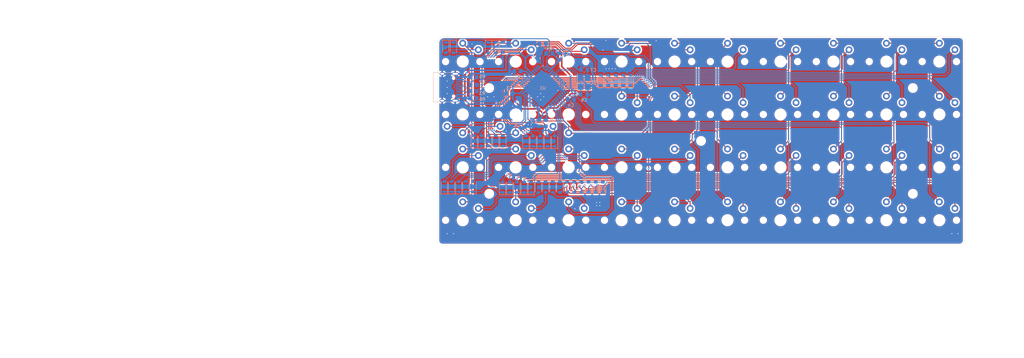
<source format=kicad_pcb>
(kicad_pcb (version 20240108) (generator "pcbnew") (generator_version "8.0")
  (layers (0 "F.Cu" signal) (31 "B.Cu" signal) (34 "B.Paste" user) (35 "F.Paste" user) (36 "B.SilkS" user "B.Silkscreen") (37 "F.SilkS" user "F.Silkscreen") (38 "B.Mask" user) (39 "F.Mask" user) (44 "Edge.Cuts" user))
  (net 0 "")
  (net 1 "Net-(U1-UCAP)")
  (net 2 "x+")
  (net 3 "x-")
  (net 4 "GND")
  (net 5 "COL8")
  (net 6 "Net-(U1-~{HWB}{slash}PE2)")
  (net 7 "COL1")
  (net 8 "COL10")
  (net 9 "COL5")
  (net 10 "COL9")
  (net 11 "D+")
  (net 12 "COL3")
  (net 13 "COL4")
  (net 14 "COL2")
  (net 15 "ROW2")
  (net 16 "COL7")
  (net 17 "+5V")
  (net 18 "ROW4")
  (net 19 "COL6")
  (net 20 "ROW3")
  (net 21 "Net-(D2-A)")
  (net 22 "Net-(D7-A)")
  (net 23 "Net-(D11-A)")
  (net 24 "ROW1")
  (net 25 "Net-(D15-A)")
  (net 26 "Net-(D19-A)")
  (net 27 "Net-(D23-A)")
  (net 28 "Net-(D27-A)")
  (net 29 "Net-(D31-A)")
  (net 30 "Net-(D35-A)")
  (net 31 "Net-(D39-A)")
  (net 32 "Net-(D3-A)")
  (net 33 "Net-(D8-A)")
  (net 34 "Net-(D12-A)")
  (net 35 "Net-(D16-A)")
  (net 36 "Net-(D20-A)")
  (net 37 "Net-(D24-A)")
  (net 38 "Net-(D28-A)")
  (net 39 "Net-(D32-A)")
  (net 40 "Net-(D36-A)")
  (net 41 "Net-(D40-A)")
  (net 42 "Net-(D4-A)")
  (net 43 "Net-(D5-A)")
  (net 44 "Net-(D9-A)")
  (net 45 "Net-(D13-A)")
  (net 46 "Net-(D17-A)")
  (net 47 "Net-(D21-A)")
  (net 48 "Net-(D25-A)")
  (net 49 "Net-(D29-A)")
  (net 50 "Net-(D33-A)")
  (net 51 "Net-(D37-A)")
  (net 52 "Net-(D1-A)")
  (net 53 "Net-(D6-A)")
  (net 54 "Net-(D10-A)")
  (net 55 "Net-(D14-A)")
  (net 56 "Net-(D18-A)")
  (net 57 "Net-(D22-A)")
  (net 58 "Net-(D26-A)")
  (net 59 "Net-(D30-A)")
  (net 60 "Net-(D34-A)")
  (net 61 "Net-(D38-A)")
  (net 62 "D-")
  (net 63 "Net-(U1-~{RESET})")
  (net 64 "Net-(J1-CC2)")
  (net 65 "Net-(J1-CC1)")
  (net 69 "MISO")
  (net 72 "SS")
  (net 74 "MOSI")
  (net 75 "SCK")
  (net 77 "UD+")
  (net 78 "UD-")
  (footprint "PCM_Switch_Keyboard_Kailh:SW_Kailh_Choc_V1" (layer "F.Cu") (at 163 116.7)
    (property "Reference" "SW27" (hide yes))
    (property "Value" "SW_SPST")
  )
  (footprint "PCM_Switch_Keyboard_Kailh:SW_Kailh_Choc_V1" (layer "F.Cu") (at 214 99.7)
    (property "Reference" "SW20" (hide yes))
    (property "Value" "SW_SPST")
  )
  (footprint "PCM_Switch_Keyboard_Kailh:SW_Kailh_Choc_V1" (layer "F.Cu") (at 197 99.7)
    (property "Reference" "SW19" (hide yes))
    (property "Value" "SW_SPST")
  )
  (footprint "PCM_Switch_Keyboard_Kailh:SW_Kailh_Choc_V1" (layer "F.Cu") (at 95 65.7)
    (property "Reference" "SW33" (hide yes))
    (property "Value" "SW_SPST")
  )
  (footprint "PCM_Switch_Keyboard_Kailh:SW_Kailh_Choc_V1" (layer "F.Cu") (at 129 65.7)
    (property "Reference" "SW35" (hide yes))
    (property "Value" "SW_SPST")
  )
  (footprint "PCM_Switch_Keyboard_Kailh:SW_Kailh_Choc_V1" (layer "F.Cu") (at 78 99.7)
    (property "Reference" "SW12" (hide yes))
    (property "Value" "SW_SPST")
  )
  (footprint "PCM_Switch_Keyboard_Kailh:SW_Kailh_Choc_V1" (layer "F.Cu") (at 163 65.7)
    (property "Reference" "SW37" (hide yes))
    (property "Value" "SW_SPST")
  )
  (footprint "PCM_Switch_Keyboard_Kailh:SW_Kailh_Choc_V1" (layer "F.Cu") (at 146 116.7)
    (property "Reference" "SW26" (hide yes))
    (property "Value" "SW_SPST")
  )
  (footprint "PCM_Switch_Keyboard_Kailh:SW_Kailh_Choc_V1" (layer "F.Cu") (at 78 65.7)
    (property "Reference" "SW32" (hide yes))
    (property "Value" "SW_SPST")
  )
  (footprint "MountingHole:MountingHole_2.7mm_M2.5" (layer "F.Cu") (at 205.5 108.2)
    (property "Reference" "H3" (hide yes))
    (property "Value" "MountingHole")
  )
  (footprint "PCM_Switch_Keyboard_Kailh:SW_Kailh_Choc_V1" (layer "F.Cu") (at 197 116.7)
    (property "Reference" "SW29" (hide yes))
    (property "Value" "SW_SPST")
  )
  (footprint "PCM_Switch_Keyboard_Kailh:SW_Kailh_Choc_V1" (layer "F.Cu") (at 129 99.7)
    (property "Reference" "SW15" (hide yes))
    (property "Value" "SW_SPST")
  )
  (footprint "MountingHole:MountingHole_2.7mm_M2.5" (layer "F.Cu") (at 69.5 108.2)
    (property "Reference" "H4" (hide yes))
    (property "Value" "MountingHole")
  )
  (footprint "PCM_Switch_Keyboard_Kailh:SW_Kailh_Choc_V1" (layer "F.Cu") (at 163 82.7)
    (property "Reference" "SW7" (hide yes))
    (property "Value" "SW_SPST")
  )
  (footprint "PCM_Switch_Keyboard_Kailh:SW_Kailh_Choc_V1" (layer "F.Cu") (at 112 65.7)
    (property "Reference" "SW34" (hide yes))
    (property "Value" "SW_SPST")
  )
  (footprint "MountingHole:MountingHole_2.7mm_M2.5" (layer "F.Cu") (at 69.5 74.2)
    (property "Reference" "H5" (hide yes))
    (property "Value" "MountingHole")
  )
  (footprint "PCM_Switch_Keyboard_Kailh:SW_Kailh_Choc_V1" (layer "F.Cu") (at 180 116.7)
    (property "Reference" "SW28" (hide yes))
    (property "Value" "SW_SPST")
  )
  (footprint "PCM_Switch_Keyboard_Kailh:SW_Kailh_Choc_V1" (layer "F.Cu") (at 129 116.7)
    (property "Reference" "SW25" (hide yes))
    (property "Value" "SW_SPST")
  )
  (footprint "PCM_Switch_Keyboard_Kailh:SW_Kailh_Choc_V1" (layer "F.Cu") (at 180 65.7)
    (property "Reference" "SW38" (hide yes))
    (property "Value" "SW_SPST")
  )
  (footprint "PCM_Switch_Keyboard_Kailh:SW_Kailh_Choc_V1" (layer "F.Cu") (at 214 116.7)
    (property "Reference" "SW30" (hide yes))
    (property "Value" "SW_SPST")
  )
  (footprint "PCM_Switch_Keyboard_Kailh:SW_Kailh_Choc_V1" (layer "F.Cu") (at 61 65.7)
    (property "Reference" "SW31" (hide yes))
    (property "Value" "SW_SPST")
  )
  (footprint "PCM_Switch_Keyboard_Kailh:SW_Kailh_Choc_V1" (layer "F.Cu") (at 95 99.7)
    (property "Reference" "SW13" (hide yes))
    (property "Value" "SW_SPST")
  )
  (footprint "PCM_Switch_Keyboard_Kailh:SW_Kailh_Choc_V1" (layer "F.Cu") (at 146 82.7)
    (property "Reference" "SW6" (hide yes))
    (property "Value" "SW_SPST")
  )
  (footprint "PCM_Switch_Keyboard_Kailh:SW_Kailh_Choc_V1" (layer "F.Cu") (at 78 82.7 180)
    (property "Reference" "SW2" (hide yes))
    (property "Value" "SW_SPST")
  )
  (footprint "PCM_Switch_Keyboard_Kailh:SW_Kailh_Choc_V1" (layer "F.Cu") (at 95 82.7 180)
    (property "Reference" "SW3" (hide yes))
    (property "Value" "SW_SPST")
  )
  (footprint "PCM_Switch_Keyboard_Kailh:SW_Kailh_Choc_V1" (layer "F.Cu") (at 61 99.7)
    (property "Reference" "SW11" (hide yes))
    (property "Value" "SW_SPST")
  )
  (footprint "PCM_Switch_Keyboard_Kailh:SW_Kailh_Choc_V1" (layer "F.Cu") (at 112 116.7)
    (property "Reference" "SW24" (hide yes))
    (property "Value" "SW_SPST")
  )
  (footprint "PCM_Switch_Keyboard_Kailh:SW_Kailh_Choc_V1" (layer "F.Cu") (at 61 82.7 180)
    (property "Reference" "SW1" (hide yes))
    (property "Value" "SW_SPST")
  )
  (footprint "MountingHole:MountingHole_2.7mm_M2.5" (layer "F.Cu") (at 205.5 74.2)
    (property "Reference" "H2" (hide yes))
    (property "Value" "MountingHole")
  )
  (footprint "PCM_Switch_Keyboard_Kailh:SW_Kailh_Choc_V1" (layer "F.Cu") (at 78 116.7)
    (property "Reference" "SW22" (hide yes))
    (property "Value" "SW_SPST")
  )
  (footprint "PCM_Switch_Keyboard_Kailh:SW_Kailh_Choc_V1" (layer "F.Cu") (at 197 65.7)
    (property "Reference" "SW39" (hide yes))
    (property "Value" "SW_SPST")
  )
  (footprint "PCM_Switch_Keyboard_Kailh:SW_Kailh_Choc_V1" (layer "F.Cu") (at 112 82.7)
    (property "Reference" "SW4" (hide yes))
    (property "Value" "SW_SPST")
  )
  (footprint "PCM_Switch_Keyboard_Kailh:SW_Kailh_Choc_V1" (layer "F.Cu") (at 180 82.7)
    (property "Reference" "SW8" (hide yes))
    (property "Value" "SW_SPST")
  )
  (footprint "PCM_Switch_Keyboard_Kailh:SW_Kailh_Choc_V1" (layer "F.Cu") (at 129 82.7)
    (property "Reference" "SW5" (hide yes))
    (property "Value" "SW_SPST")
  )
  (footprint "PCM_Switch_Keyboard_Kailh:SW_Kailh_Choc_V1" (layer "F.Cu") (at 214 65.7)
    (property "Reference" "SW40" (hide yes))
    (property "Value" "SW_SPST")
  )
  (footprint "PCM_Switch_Keyboard_Kailh:SW_Kailh_Choc_V1" (layer "F.Cu") (at 214 82.7)
    (property "Reference" "SW10" (hide yes))
    (property "Value" "SW_SPST")
  )
  (footprint "PCM_Switch_Keyboard_Kailh:SW_Kailh_Choc_V1" (layer "F.Cu") (at 163 99.7)
    (property "Reference" "SW17" (hide yes))
    (property "Value" "SW_SPST")
  )
  (footprint "MountingHole:MountingHole_2.7mm_M2.5" (layer "F.Cu") (at 137.5 91.2)
    (property "Reference" "H1" (hide yes))
    (property "Value" "MountingHole")
  )
  (footprint "PCM_Switch_Keyboard_Kailh:SW_Kailh_Choc_V1" (layer "F.Cu") (at 95 116.7)
    (property "Reference" "SW23" (hide yes))
    (property "Value" "SW_SPST")
  )
  (footprint "PCM_Switch_Keyboard_Kailh:SW_Kailh_Choc_V1" (layer "F.Cu") (at 146 99.7)
    (property "Reference" "SW16" (hide yes))
    (property "Value" "SW_SPST")
  )
  (footprint "PCM_Switch_Keyboard_Kailh:SW_Kailh_Choc_V1" (layer "F.Cu") (at 112 99.7)
    (property "Reference" "SW14" (hide yes))
    (property "Value" "SW_SPST")
  )
  (footprint "PCM_Switch_Keyboard_Kailh:SW_Kailh_Choc_V1" (layer "F.Cu") (at 180 99.7)
    (property "Reference" "SW18" (hide yes))
    (property "Value" "SW_SPST")
  )
  (footprint "PCM_Switch_Keyboard_Kailh:SW_Kailh_Choc_V1" (layer "F.Cu") (at 61 116.7)
    (property "Reference" "SW21" (hide yes))
    (property "Value" "SW_SPST")
  )
  (footprint "PCM_Switch_Keyboard_Kailh:SW_Kailh_Choc_V1" (layer "F.Cu") (at 146 65.7)
    (property "Reference" "SW36" (hide yes))
    (property "Value" "SW_SPST")
  )
  (footprint "PCM_Switch_Keyboard_Kailh:SW_Kailh_Choc_V1" (layer "F.Cu") (at 197 82.7)
    (property "Reference" "SW9" (hide yes))
    (property "Value" "SW_SPST")
  )
  (footprint "mylib:D_SOD-123-minimal" (layer "B.Cu") (at 83.6 91.3 90)
    (property "Reference" "D23" (hide yes))
    (property "Value" "D_Small")
  )
  (footprint "mylib:D_SOD-123-minimal" (layer "B.Cu") (at 69.3 91.15 90)
    (property "Reference" "D39" (hide yes))
    (property "Value" "D_Small")
  )
  (footprint "mylib:D_SOD-123-minimal" (layer "B.Cu") (at 78.4 106.1 90)
    (property "Reference" "D32" (hide yes))
    (property "Value" "D_Small")
  )
  (footprint "mylib:D_SOD-123-minimal" (layer "B.Cu") (at 112.5 71.7 90)
    (property "Reference" "D26" (hide yes))
    (property "Value" "D_Small")
  )
  (footprint "mylib:D_SOD-123-minimal" (layer "B.Cu") (at 73.8 106.1 90)
    (property "Reference" "D24" (hide yes))
    (property "Value" "D_Small")
  )
  (footprint "Capacitor_SMD:C_0805_2012Metric_Pad1.18x1.45mm_HandSolder" (layer "B.Cu") (at 100 68.3)
    (property "Reference" "C7")
    (property "Value" "22pF")
  )
  (footprint "mylib:D_SOD-123-minimal" (layer "B.Cu") (at 71.555556 61.2 -90)
    (property "Reference" "D14" (hide yes))
    (property "Value" "D_Small")
  )
  (footprint "Resistor_SMD:R_0805_2012Metric_Pad1.20x1.40mm_HandSolder" (layer "B.Cu") (at 64.5 73.2)
    (property "Reference" "R2")
    (property "Value" "22")
  )
  (footprint "mylib:D_SOD-123-minimal" (layer "B.Cu") (at 90.5 91.3 90)
    (property "Reference" "D11" (hide yes))
    (property "Value" "D_Small")
  )
  (footprint "mylib:D_SOD-123-minimal" (layer "B.Cu") (at 87.6 106.1 -90)
    (property "Reference" "D5" (hide yes))
    (property "Value" "D_Small")
  )
  (footprint "mylib:D_SOD-123-minimal" (layer "B.Cu") (at 101.4 106.1 -90)
    (property "Reference" "D29" (hide yes))
    (property "Value" "D_Small")
  )
  (footprint "mylib:D_SOD-123-minimal" (layer "B.Cu") (at 81.3 91.3 90)
    (property "Reference" "D27" (hide yes))
    (property "Value" "D_Small")
  )
  (footprint "mylib:D_SOD-123-minimal" (layer "B.Cu") (at 67 91.15 90)
    (property "Reference" "D7" (hide yes))
    (property "Value" "D_Small")
  )
  (footprint "mylib:D_SOD-123-minimal" (layer "B.Cu") (at 99.1 106.1 -90)
    (property "Reference" "D25" (hide yes))
    (property "Value" "D_Small")
  )
  (footprint "Resistor_SMD:R_0805_2012Metric_Pad1.20x1.40mm_HandSolder" (layer "B.Cu") (at 64.5 77.5 180)
    (property "Reference" "R6")
    (property "Value" "5.1kR")
  )
  (footprint "Capacitor_SMD:C_0805_2012Metric_Pad1.18x1.45mm_HandSolder" (layer "B.Cu") (at 86.6375 59.9)
    (property "Reference" "SW41" (hide yes))
    (property "Value" "SW_Push")
  )
  (footprint "mylib:D_SOD-123-minimal" (layer "B.Cu") (at 73.9 91.2 90)
    (property "Reference" "D31" (hide yes))
    (property "Value" "D_Small")
  )
  (footprint "Capacitor_SMD:C_0805_2012Metric_Pad1.18x1.45mm_HandSolder" (layer "B.Cu") (at 76 75.9 180)
    (property "Reference" "C3")
    (property "Value" "0.1uF")
  )
  (footprint "Capacitor_SMD:C_0805_2012Metric_Pad1.18x1.45mm_HandSolder" (layer "B.Cu") (at 95.7 78)
    (property "Reference" "C4")
    (property "Value" "0.1uF")
  )
  (footprint "mylib:D_SOD-123-minimal" (layer "B.Cu") (at 96.8 106.1 -90)
    (property "Reference" "D21" (hide yes))
    (property "Value" "D_Small")
  )
  (footprint "mylib:D_SOD-123-minimal" (layer "B.Cu") (at 76.1 106.1 90)
    (property "Reference" "D28" (hide yes))
    (property "Value" "D_Small")
  )
  (footprint "mylib:D_SOD-123-minimal" (layer "B.Cu") (at 114.9 71.7 90)
    (property "Reference" "D22" (hide yes))
    (property "Value" "D_Small")
  )
  (footprint "mylib:D_SOD-123-minimal" (layer "B.Cu") (at 55.555556 61.2 -90)
    (property "Reference" "D1" (hide yes))
    (property "Value" "D_Small")
  )
  (footprint "Capacitor_SMD:C_0805_2012Metric_Pad1.18x1.45mm_HandSolder" (layer "B.Cu") (at 91.9 64.1 90)
    (property "Reference" "C5")
    (property "Value" "10uF")
  )
  (footprint "mylib:D_SOD-123-minimal" (layer "B.Cu") (at 64.666667 91.15 90)
    (property "Reference" "D2" (hide yes))
    (property "Value" "D_Small")
  )
  (footprint "mylib:D_SOD-123-minimal" (layer "B.Cu") (at 64.3 105.9 90)
    (property "Reference" "D20" (hide yes))
    (property "Value" "D_Small")
  )
  (footprint "Resistor_SMD:R_0805_2012Metric_Pad1.20x1.40mm_HandSolder" (layer "B.Cu") (at 64.5 75.2 180)
    (property "Reference" "R3")
    (property "Value" "22")
  )
  (footprint "mylib:D_SOD-123-minimal" (layer "B.Cu") (at 55.1 105.9 90)
    (property "Reference" "D3" (hide yes))
    (property "Value" "D_Small")
  )
  (footprint "mylib:D_SOD-123-minimal" (layer "B.Cu") (at 94.5 106.1 -90)
    (property "Reference" "D17" (hide yes))
    (property "Value" "D_Small")
  )
  (footprint "Capacitor_SMD:C_0805_2012Metric_Pad1.18x1.45mm_HandSolder" (layer "B.Cu") (at 78.6 68.8 180)
    (property "Reference" "C1")
    (property "Value" "1uF")
  )
  (footprint "mylib:D_SOD-123-minimal" (layer "B.Cu") (at 85.9 91.3 90)
    (property "Reference" "D19" (hide yes))
    (property "Value" "D_Small")
  )
  (footprint "mylib:D_SOD-123-minimal" (layer "B.Cu") (at 105.3 71.7 90)
    (property "Reference" "D38" (hide yes))
    (property "Value" "D_Small")
  )
  (footprint "Capacitor_SMD:C_0805_2012Metric_Pad1.18x1.45mm_HandSolder" (layer "B.Cu") (at 85.4 85.5 -90)
    (property "Reference" "C2")
    (property "Value" "0.1uF")
  )
  (footprint "mylib:D_SOD-123-minimal" (layer "B.Cu") (at 85.3 106.1 -90)
    (property "Reference" "D4" (hide yes))
    (property "Value" "D_Small")
  )
  (footprint "Crystal:Crystal_SMD_3225-4Pin_3.2x2.5mm_HandSoldering" (layer "B.Cu") (at 100 72.3 90)
    (property "Reference" "Y1")
    (property "Value" "Crystal_GND24_Small")
  )
  (footprint "mylib:D_SOD-123-minimal" (layer "B.Cu") (at 69.2 61.2 -90)
    (property "Reference" "D18" (hide yes))
    (property "Value" "D_Small")
  )
  (footprint "mylib:D_SOD-123-minimal" (layer "B.Cu") (at 59.7 105.9 90)
    (property "Reference" "D12" (hide yes))
    (property "Value" "D_Small")
  )
  (footprint "mylib:D_SOD-123-minimal" (layer "B.Cu") (at 58 61.2 -90)
    (property "Reference" "D6" (hide yes))
    (property "Value" "D_Small")
  )
  (footprint "mylib:D_SOD-123-minimal" (layer "B.Cu") (at 62 105.9 90)
    (property "Reference" "D16" (hide yes))
    (property "Value" "D_Small")
  )
  (footprint "mylib:D_SOD-123-minimal" (layer "B.Cu") (at 83 106.1 90)
    (property "Reference" "D40" (hide yes))
    (property "Value" "D_Small")
  )
  (footprint "mylib:D_SOD-123-minimal" (layer "B.Cu") (at 80.7 106.1 90)
    (property "Reference" "D36" (hide yes))
    (property "Value" "D_Small")
  )
  (footprint "mylib:D_SOD-123-minimal" (layer "B.Cu") (at 71.6 91.2 90)
    (property "Reference" "D35" (hide yes))
    (property "Value" "D_Small")
  )
  (footprint "mylib:D_SOD-123-minimal" (layer "B.Cu") (at 73.9 61.1 -90)
    (property "Reference" "D10" (hide yes))
    (property "Value" "D_Small")
  )
  (footprint "mylib:D_SOD-123-minimal" (layer "B.Cu") (at 92.2 106.1 -90)
    (property "Reference" "D13" (hide yes))
    (property "Value" "D_Small")
  )
  (footprint "mylib:D_SOD-123-minimal" (layer "B.Cu") (at 89.9 106.1 -90)
    (property "Reference" "D9" (hide yes))
    (property "Value" "D_Small")
  )
  (footprint "mylib:D_SOD-123-minimal" (layer "B.Cu") (at 106 106.1 -90)
    (property "Reference" "D37" (hide yes))
    (property "Value" "D_Small")
  )
  (footprint "Resistor_SMD:R_0805_2012Metric_Pad1.20x1.40mm_HandSolder" (layer "B.Cu") (at 64.5 70.7 180)
    (property "Reference" "R5")
    (property "Value" "5.1kR")
  )
  (footprint "Resistor_SMD:R_0805_2012Metric_Pad1.20x1.40mm_HandSolder" (layer "B.Cu") (at 87.6 85.5 -90)
    (property "Reference" "R1")
    (property "Value" "10k")
  )
  (footprint "mylib:D_SOD-123-minimal" (layer "B.Cu") (at 88.2 91.3 90)
    (property "Reference" "D15" (hide yes))
    (property "Value" "D_Small")
  )
  (footprint "mylib:D_SOD-123-minimal" (layer "B.Cu") (at 107.7 71.7 90)
    (property "Reference" "D34" (hide yes))
    (property "Value" "D_Small")
  )
  (footprint "mylib:D_SOD-123-minimal" (layer "B.Cu") (at 110.111108 71.7 90)
    (property "Reference" "D30" (hide yes))
    (property "Value" "D_Small")
  )
  (footprint "Connector_USB:USB_C_Receptacle_HRO_TYPE-C-31-M-12" (layer "B.Cu") (at 55.455 73.95 90)
    (property "Reference" "J1" (hide yes))
    (property "Value" "USB_C_Receptacle_USB2.0_14P")
  )
  (footprint "Package_QFP:TQFP-44_10x10mm_P0.8mm" (layer "B.Cu") (at 86.669491 74.169491 -45)
    (property "Reference" "U1")
    (property "Value" "ATmega32U4-A")
  )
  (footprint "Resistor_SMD:R_0805_2012Metric_Pad1.20x1.40mm_HandSolder" (layer "B.Cu") (at 88.8 63.1 180)
    (property "Reference" "R4")
    (property "Value" "10k")
  )
  (footprint "mylib:D_SOD-123-minimal" (layer "B.Cu") (at 57.4 105.9 90)
    (property "Reference" "D8" (hide yes))
    (property "Value" "D_Small")
  )
  (footprint "Capacitor_SMD:C_0805_2012Metric_Pad1.18x1.45mm_HandSolder" (layer "B.Cu") (at 99.9 76.3 180)
    (property "Reference" "C6")
    (property "Value" "22pF")
  )
  (footprint "mylib:D_SOD-123-minimal" (layer "B.Cu") (at 103.7 106.1 -90)
    (property "Reference" "D33" (hide yes))
    (property "Value" "D_Small")
  )
  (gr_arc (start 54.5 124.7) (mid 53.43934 124.26066) (end 53 123.2) (stroke (width 0.05)) (layer "Edge.Cuts"))
  (gr_line (start 54.5 124.7) (end 220.5 124.7) (stroke (width 0.05)) (layer "Edge.Cuts"))
  (gr_arc (start 222 123.2) (mid 221.56066 124.26066) (end 220.5 124.7) (stroke (width 0.05)) (layer "Edge.Cuts"))
  (gr_arc (start 220.5 57.7) (mid 221.56066 58.13934) (end 222 59.2) (stroke (width 0.05)) (layer "Edge.Cuts"))
  (gr_line (start 55 57.7) (end 220.5 57.7) (stroke (width 0.05)) (layer "Edge.Cuts"))
  (gr_arc (start 53 59.7) (mid 53.585786 58.285786) (end 55 57.7) (stroke (width 0.05)) (layer "Edge.Cuts"))
  (gr_line (start 222 123.2) (end 222 59.2) (stroke (width 0.05)) (layer "Edge.Cuts"))
  (gr_line (start 53 59.7) (end 53 123.2) (stroke (width 0.05)) (layer "Edge.Cuts"))
  (segment (start 79.6375 68.8) (end 81.3 68.8) (width 0.5) (layer "B.Cu") (net 1))
  (segment (start 81.3 68.8) (end 82.638982 70.138982) (width 0.5) (layer "B.Cu") (net 1))
  (segment (start 98.8625 73.7625) (end 98.85 73.75) (width 0.4) (layer "B.Cu") (net 2))
  (segment (start 98.85 72.2) (end 97.65 72.2) (width 0.2) (layer "B.Cu") (net 2))
  (segment (start 98.85 73.75) (end 98.85 72.2) (width 0.2) (layer "B.Cu") (net 2))
  (segment (start 91.966496 68.625) (end 90.7 69.891496) (width 0.2) (layer "B.Cu") (net 2))
  (segment (start 98.8625 76.3) (end 98.8625 73.7625) (width 0.4) (layer "B.Cu") (net 2))
  (segment (start 97.65 69.968199) (end 96.306801 68.625) (width 0.2) (layer "B.Cu") (net 2))
  (segment (start 96.306801 68.625) (end 91.966496 68.625) (width 0.2) (layer "B.Cu") (net 2))
  (segment (start 90.7 69.891496) (end 90.7 70.138982) (width 0.2) (layer "B.Cu") (net 2))
  (segment (start 97.65 72.2) (end 97.65 69.968199) (width 0.2) (layer "B.Cu") (net 2))
  (segment (start 91.780098 68.175) (end 90.381801 69.573297) (width 0.2) (layer "B.Cu") (net 3))
  (segment (start 96.493199 68.175) (end 91.780098 68.175) (width 0.2) (layer "B.Cu") (net 3))
  (segment (start 101.15 70.85) (end 100.05 70.85) (width 0.2) (layer "B.Cu") (net 3))
  (segment (start 101.0375 68.3) (end 101.0375 70.7375) (width 0.4) (layer "B.Cu") (net 3))
  (segment (start 101.0375 70.7375) (end 101.15 70.85) (width 0.4) (layer "B.Cu") (net 3))
  (segment (start 97.818199 69.5) (end 96.493199 68.175) (width 0.2) (layer "B.Cu") (net 3))
  (segment (start 90.381801 69.573297) (end 90.134314 69.573297) (width 0.2) (layer "B.Cu") (net 3))
  (segment (start 100.05 70.85) (end 100.05 69.5) (width 0.2) (layer "B.Cu") (net 3))
  (segment (start 100.05 69.5) (end 97.818199 69.5) (width 0.2) (layer "B.Cu") (net 3))
  (segment (start 96.370889 76.729111) (end 96.491778 76.85) (width 0.5) (layer "F.Cu") (net 4))
  (segment (start 97.660661 75) (end 91.6 75) (width 0.5) (layer "F.Cu") (net 4))
  (segment (start 98.45 76.410661) (end 98.45 75.789339) (width 0.5) (layer "F.Cu") (net 4))
  (segment (start 96.491778 76.85) (end 98.010661 76.85) (width 0.5) (layer "F.Cu") (net 4))
  (segment (start 85.8 65.45061) (end 85.8 64.6) (width 0.5) (layer "F.Cu") (net 4))
  (segment (start 98.45 75.789339) (end 97.660661 75) (width 0.5) (layer "F.Cu") (net 4))
  (segment (start 86.1 61.7) (end 90.2 61.7) (width 0.5) (layer "F.Cu") (net 4))
  (segment (start 91 62.5) (end 91 62.6) (width 0.5) (layer "F.Cu") (net 4))
  (segment (start 80.8 69.8) (end 81.45061 69.8) (width 0.5) (layer "F.Cu") (net 4))
  (segment (start 85.8 64.6) (end 85.8 62) (width 0.5) (layer "F.Cu") (net 4))
  (segment (start 77.0625 69.8) (end 76.8125 69.55) (width 0.5) (layer "F.Cu") (net 4))
  (segment (start 80.8 69.8) (end 77.0625 69.8) (width 0.5) (layer "F.Cu") (net 4))
  (segment (start 81.45061 69.8) (end 85.8 65.45061) (width 0.5) (layer "F.Cu") (net 4))
  (segment (start 85.8 62) (end 86.1 61.7) (width 0.5) (layer "F.Cu") (net 4))
  (segment (start 90.2 61.7) (end 91 62.5) (width 0.5) (layer "F.Cu") (net 4))
  (segment (start 62.6 70.7) (end 62.6 77.2) (width 0.5) (layer "F.Cu") (net 4))
  (segment (start 98.010661 76.85) (end 98.45 76.410661) (width 0.5) (layer "F.Cu") (net 4))
  (via (at 56 76) (size 0.6) (drill 0.3) (layers "F.Cu" "B.Cu") (net 4))
  (via (at 107 68) (size 0.6) (drill 0.3) (layers "F.Cu" "B.Cu") (net 4))
  (via (at 109 68) (size 0.6) (drill 0.3) (layers "F.Cu" "B.Cu") (net 4))
  (via (at 62.6 77.2) (size 0.6) (drill 0.3) (layers "F.Cu" "B.Cu") (net 4))
  (via (at 108 68) (size 0.6) (drill 0.3) (layers "F.Cu" "B.Cu") (net 4))
  (via (at 105 111) (size 0.6) (drill 0.3) (layers "F.Cu" "B.Cu") (net 4))
  (via (at 91.6 75) (size 0.6) (drill 0.3) (layers "F.Cu" "B.Cu") (net 4))
  (via (at 80.8 69.8) (size 0.6) (drill 0.3) (layers "F.Cu" "B.Cu") (net 4))
  (via (at 97 113) (size 0.6) (drill 0.3) (layers "F.Cu" "B.Cu") (net 4))
  (via (at 71 84) (size 0.6) (drill 0.3) (layers "F.Cu" "B.Cu") (net 4))
  (via (at 64 60) (size 0.6) (drill 0.3) (layers "F.Cu" "B.Cu") (net 4))
  (via (at 56 74) (size 0.6) (drill 0.3) (layers "F.Cu" "B.Cu") (net 4))
  (via (at 87 77) (size 0.6) (drill 0.3) (layers "F.Cu" "B.Cu") (net 4))
  (via (at 58 121) (size 0.6) (drill 0.3) (layers "F.Cu" "B.Cu") (net 4))
  (via (at 85 77) (size 0.6) (drill 0.3) (layers "F.Cu" "B.Cu") (net 4))
  (via (at 91 62.6) (size 0.6) (drill 0.3) (layers "F.Cu" "B.Cu") (net 4))
  (via (at 83 86) (size 0.6) (drill 0.3) (layers "F.Cu" "B.Cu") (net 4))
  (via (at 106 62) (size 0.6) (drill 0.3) (layers "F.Cu" "B.Cu") (net 4))
  (via (at 56 72) (size 0.6) (drill 0.3) (layers "F.Cu" "B.Cu") (net 4))
  (via (at 220 121) (size 0.6) (drill 0.3) (layers "F.Cu" "B.Cu") (net 4))
  (via (at 104 111) (size 0.6) (drill 0.3) (layers "F.Cu" "B.Cu") (net 4))
  (via (at 83 87) (size 0.6) (drill 0.3) (layers "F.Cu" "B.Cu") (net 4))
  (via (at 105 112) (size 0.6) (drill 0.3) (layers "F.Cu" "B.Cu") (net 4))
  (via (at 123.1 59) (size 0.6) (drill 0.3) (layers "F.Cu" "B.Cu") (net 4))
  (via (at 86 78) (size 0.6) (drill 0.3) (layers "F.Cu" "B.Cu") (net 4))
  (via (at 56 121) (size 0.6) (drill 0.3) (layers "F.Cu" "B.Cu") (net 4))
  (via (at 69 77) (size 0.6) (drill 0.3) (layers "F.Cu" "B.Cu") (net 4))
  (via (at 107 58.9) (size 0.6) (drill 0.3) (layers "F.Cu" "B.Cu") (net 4))
  (via (at 75 88) (size 0.6) (drill 0.3) (layers "F.Cu" "B.Cu") (net 4))
  (via (at 218 121) (size 0.6) (drill 0.3) (layers "F.Cu" "B.Cu") (net 4))
  (via (at 71 77) (size 0.6) (drill 0.3) (layers "F.Cu" "B.Cu") (net 4))
  (via (at 104 112) (size 0.6) (drill 0.3) (layers "F.Cu" "B.Cu") (net 4))
  (via (at 62.6 70.7) (size 0.6) (drill 0.3) (layers "F.Cu" "B.Cu") (net 4))
  (via (at 77 80) (size 0.6) (drill 0.3) (layers "F.Cu" "B.Cu") (net 4))
  (via (at 82 86) (size 0.6) (drill 0.3) (layers "F.Cu" "B.Cu") (net 4))
  (via (at 85.8 64.6) (size 0.6) (drill 0.3) (layers "F.Cu" "B.Cu") (net 4))
  (via (at 76.8125 69.55) (size 0.6) (drill 0.3) (layers "F.Cu" "B.Cu") (net 4))
  (via (at 86 76) (size 0.6) (drill 0.3) (layers "F.Cu" "B.Cu") (net 4))
  (via (at 89 106) (size 0.6) (drill 0.3) (layers "F.Cu" "B.Cu") (net 4))
  (via (at 91 106) (size 0.6) (drill 0.3) (layers "F.Cu" "B.Cu") (net 4))
  (via (at 110 68) (size 0.6) (drill 0.3) (layers "F.Cu" "B.Cu") (net 4))
  (via (at 96.370889 76.729111) (size 0.6) (drill 0.3) (layers "F.Cu" "B.Cu") (net 4))
  (segment (start 59.5 70.7) (end 62.6 70.7) (width 0.5) (layer "B.Cu") (net 4))
  (segment (start 90.601991 74.762474) (end 84.901724 80.462741) (width 0.5) (layer "B.Cu") (net 4))
  (segment (start 62.6 77.2) (end 63.2 77.2) (width 0.5) (layer "B.Cu") (net 4))
  (segment (start 58.585 78.115) (end 59.5 77.2) (width 0.5) (layer "B.Cu") (net 4))
  (segment (start 88.95953 70.808058) (end 93.523045 75.371573) (width 0.5) (layer "B.Cu") (net 4))
  (segment (start 88.95953 69.61671) (end 88.95953 70.808058) (width 0.5) (layer "B.Cu") (net 4))
  (segment (start 98.85 70.85) (end 98.85 71.25) (width 0.4) (layer "B.Cu") (net 4))
  (segment (start 58.585 69.63) (end 58.585 69.785) (width 0.5) (layer "B.Cu") (net 4))
  (segment (start 102.8 68.3) (end 102.8 72.1) (width 0.4) (layer "B.Cu") (net 4))
  (segment (start 58.585 69.785) (end 59.5 70.7) (width 0.5) (layer "B.Cu") (net 4))
  (segment (start 63.5 70.7) (end 62.6 70.7) (width 0.5) (layer "B.Cu") (net 4))
  (segment (start 82.682395 71.313766) (end 87.262474 71.313766) (width 0.5) (layer "B.Cu") (net 4))
  (segment (start 64.65 78.65) (end 72.2125 78.65) (width 0.5) (layer "B.Cu") (net 4))
  (segment (start 82 86) (end 83 86) (width 0.5) (layer "B.Cu") (net 4))
  (segment (start 93.422362 75.371573) (end 92.813263 74.762474) (width 0.5) (layer "B.Cu") (net 4))
  (segment (start 82 86) (end 83 87) (width 0.5) (layer "B.Cu") (net 4))
  (segment (start 93.528427 75.371573) (end 93.422362 75.371573) (width 0.5) (layer "B.Cu") (net 4))
  (segment (start 85.8 60.1) (end 85.6 59.9) (width 0.5) (layer "B.Cu") (net 4))
  (segment (start 82.073297 70.704668) (end 82.682395 71.313766) (width 0.5) (layer "B.Cu") (net 4))
  (segment (start 82 86) (end 84.8625 86) (width 0.5) (layer "B.Cu") (net 4))
  (segment (start 99.9 72.3) (end 100.15 72.3) (width 0.4) (layer "B.Cu") (net 4))
  (segment (start 63.2 77.2) (end 63.5 77.5) (width 0.5) (layer "B.Cu") (net 4))
  (segment (start 92.813263 74.762474) (end 90.601991 74.762474) (width 0.5) (layer "B.Cu") (net 4))
  (segment (start 81.464198 75.328159) (end 80.98534 75.328159) (width 0.5) (layer "B.Cu") (net 4))
  (segment (start 54.405 78.27) (end 58.585 78.27) (width 0.5) (layer "B.Cu") (net 4))
  (segment (start 83 86) (end 83 87) (width 0.5) (layer "B.Cu") (net 4))
  (segment (start 87.5625 86.5375) (end 87.6 86.5) (width 0.5) (layer "B.Cu") (net 4))
  (segment (start 101.675 67.175) (end 102.8 68.3) (width 0.4) (layer "B.Cu") (net 4))
  (segment (start 101.15 76.0875) (end 100.9375 76.3) (width 0.4) (layer "B.Cu") (net 4))
  (segment (start 93.523045 75.371573) (end 93.528427 75.371573) (width 0.5) (layer "B.Cu") (net 4))
  (segment (start 89.568629 69.007611) (end 88.95953 69.61671) (width 0.5) (layer "B.Cu") (net 4))
  (segment (start 81.168629 69.8) (end 80.8 69.8) (width 0.5) (layer "B.Cu") (net 4))
  (segment (start 80.376241 75.937258) (end 82.682395 73.631104) (width 0.5) (layer "B.Cu") (net 4))
  (segment (start 100.15 72.3) (end 101.15 73.3) (width 0.4) (layer "B.Cu") (net 4))
  (segment (start 64.65 69.55) (end 76.8125 69.55) (width 0.5) (layer "B.Cu") (net 4))
  (segment (start 100.0875 67.175) (end 101.675 67.175) (width 0.4) (layer "B.Cu") (net 4))
  (segment (start 58.585 78.27) (end 58.585 78.115) (width 0.5) (layer "B.Cu") (net 4))
  (segment (start 91.6 75) (end 91.837526 74.762474) (width 0.5) (layer "B.Cu") (net 4))
  (segment (start 91 62.6) (end 91.4375 62.6) (width 0.5) (layer "B.Cu") (net 4))
  (segment (start 54.405 69.63) (end 58.585 69.63) (width 0.5) (layer "B.Cu") (net 4))
  (segment (start 80.98534 75.328159) (end 80.376241 75.937258) (width 0.5) (layer "B.Cu") (net 4))
  (segment (start 91.837526 74.762474) (end 92.813263 74.762474) (width 0.5) (layer "B.Cu") (net 4))
  (segment (start 85.510823 79.374784) (end 81.464198 75.328159) (width 0.5) (layer "B.Cu") (net 4))
  (segment (start 85.510823 79.853642) (end 85.510823 79.374784) (width 0.5) (layer "B.Cu") (net 4))
  (segment (start 87.262474 71.313766) (end 89.568629 69.007611) (width 0.5) (layer "B.Cu") (net 4))
  (segment (start 72.2125 78.65) (end 74.9625 75.9) (width 0.5) (layer "B.Cu") (net 4))
  (segment (start 63.5 70.7) (end 64.65 69.55) (width 0.5) (layer "B.Cu") (net 4))
  (segment (start 102.8 72.1) (end 101.15 73.75) (width 0.4) (layer "B.Cu") (net 4))
  (segment (start 82.682395 73.631104) (end 82.682395 71.313766) (width 0.5) (layer "B.Cu") (net 4))
  (segment (start 84.901724 80.462741) (end 85.510823 79.853642) (width 0.5) (layer "B.Cu") (net 4))
  (segment (start 101.15 73.3) (end 101.15 73.75) (width 0.4) (layer "B.Cu") (net 4))
  (segment (start 85.8 64.6) (end 85.8 60.1) (width 0.5) (layer "B.Cu") (net 4))
  (segment (start 85.4 86.5375) (end 87.5625 86.5375) (width 0.5) (layer "B.Cu") (net 4))
  (segment (start 63.5 77.5) (end 64.65 78.65) (width 0.5) (layer "B.Cu") (net 4))
  (segment (start 91.4375 62.6) (end 91.9 63.0625) (width 0.5) (layer "B.Cu") (net 4))
  (segment (start 83 86) (end 84.8625 86) (width 0.5) (layer "B.Cu") (net 4))
  (segment (start 98.9625 68.3) (end 100.0875 67.175) (width 0.4) (layer "B.Cu") (net 4))
  (segment (start 96.7375 78) (end 96.7375 77.095722) (width 0.5) (layer "B.Cu") (net 4))
  (segment (start 59.5 77.2) (end 62.6 77.2) (width 0.5) (layer "B.Cu") (net 4))
  (segment (start 82.073297 70.704668) (end 81.168629 69.8) (width 0.5) (layer "B.Cu") (net 4))
  (segment (start 101.15 73.75) (end 101.15 76.0875) (width 0.4) (layer "B.Cu") (net 4))
  (segment (start 96.7375 77.095722) (end 96.370889 76.729111) (width 0.5) (layer "B.Cu") (net 4))
  (segment (start 84.8625 86) (end 85.4 86.5375) (width 0.5) (layer "B.Cu") (net 4))
  (segment (start 98.85 71.25) (end 99.9 72.3) (width 0.4) (layer "B.Cu") (net 4))
  (segment (start 76.8125 69.55) (end 77.5625 68.8) (width 0.5) (layer "B.Cu") (net 4))
  (segment (start 182.6 91.2) (end 180 93.8) (width 0.3) (layer "F.Cu") (net 5))
  (segment (start 182.6 74.2) (end 182.6 91.2) (width 0.3) (layer "F.Cu") (net 5))
  (segment (start 182.6 74.2) (end 180 76.8) (width 0.3) (layer "F.Cu") (net 5))
  (segment (start 180 59.8) (end 181.8 59.8) (width 0.3) (layer "F.Cu") (net 5))
  (segment (start 182.6 60.6) (end 182.6 74.2) (width 0.3) (layer "F.Cu") (net 5))
  (segment (start 181.8 59.8) (end 182.6 60.6) (width 0.3) (layer "F.Cu") (net 5))
  (via (at 182.6 91.2) (size 0.6) (drill 0.3) (layers "F.Cu" "B.Cu") (net 5))
  (segment (start 182.6 108.2) (end 180 110.8) (width 0.3) (layer "B.Cu") (net 5))
  (segment (start 93.3 77.405887) (end 92.397056 76.502943) (width 0.3) (layer "B.Cu") (net 5))
  (segment (start 97.475 79.575) (end 95.937437 79.575) (width 0.3) (layer "B.Cu") (net 5))
  (segment (start 182.6 91.2) (end 182.6 108.2) (width 0.3) (layer "B.Cu") (net 5))
  (segment (start 98.3 85.214212) (end 98.3 80.4) (width 0.3) (layer "B.Cu") (net 5))
  (segment (start 182.6 87.1) (end 181.9 86.4) (width 0.3) (layer "B.Cu") (net 5))
  (segment (start 99.485788 86.4) (end 98.3 85.214212) (width 0.3) (layer "B.Cu") (net 5))
  (segment (start 95.937437 79.575) (end 95.762437 79.4) (width 0.3) (layer "B.Cu") (net 5))
  (segment (start 95.762437 79.4) (end 94.2 79.4) (width 0.3) (layer "B.Cu") (net 5))
  (segment (start 182.6 91.2) (end 182.6 87.1) (width 0.3) (layer "B.Cu") (net 5))
  (segment (start 93.3 78.5) (end 93.3 77.405887) (width 0.3) (layer "B.Cu") (net 5))
  (segment (start 94.2 79.4) (end 93.3 78.5) (width 0.3) (layer "B.Cu") (net 5))
  (segment (start 181.9 86.4) (end 99.485788 86.4) (width 0.3) (layer "B.Cu") (net 5))
  (segment (start 98.3 80.4) (end 97.475 79.575) (width 0.3) (layer "B.Cu") (net 5))
  (segment (start 87.871573 84.228427) (end 87.6 84.5) (width 0.5) (layer "B.Cu") (net 6))
  (segment (start 87.871573 81.028427) (end 87.871573 84.228427) (width 0.5) (layer "B.Cu") (net 6))
  (segment (start 63.9 85.7) (end 63.9 92.8) (width 0.3) (layer "F.Cu") (net 7))
  (segment (start 63.9 62.7) (end 63.9 85.7) (width 0.3) (layer "F.Cu") (net 7))
  (segment (start 63.9 92.8) (end 63.9 109.5) (width 0.3) (layer "F.Cu") (net 7))
  (segment (start 63.9 92.8) (end 62.9 93.8) (width 0.3) (layer "F.Cu") (net 7))
  (segment (start 62.9 93.8) (end 61 93.8) (width 0.3) (layer "F.Cu") (net 7))
  (segment (start 61 59.8) (end 63.9 62.7) (width 0.3) (layer "F.Cu") (net 7))
  (segment (start 63.9 85.7) (end 61 88.6) (width 0.3) (layer "F.Cu") (net 7))
  (segment (start 63.9 109.5) (end 62.6 110.8) (width 0.3) (layer "F.Cu") (net 7))
  (segment (start 62.6 110.8) (end 61 110.8) (width 0.3) (layer "F.Cu") (net 7))
  (via (at 63.9 85.7) (size 0.6) (drill 0.3) (layers "F.Cu" "B.Cu") (net 7))
  (segment (start 80.7 84.3) (end 80.7 77.87624) (width 0.3) (layer "B.Cu") (net 7))
  (segment (start 75.6 84.9) (end 76 85.3) (width 0.3) (layer "B.Cu") (net 7))
  (segment (start 71.4 84.9) (end 75.6 84.9) (width 0.3) (layer "B.Cu") (net 7))
  (segment (start 80.7 77.87624) (end 81.507611 77.068629) (width 0.3) (layer "B.Cu") (net 7))
  (segment (start 63.9 85.7) (end 70.6 85.7) (width 0.3) (layer "B.Cu") (net 7))
  (segment (start 76 85.3) (end 79.7 85.3) (width 0.3) (layer "B.Cu") (net 7))
  (segment (start 70.6 85.7) (end 71.4 84.9) (width 0.3) (layer "B.Cu") (net 7))
  (segment (start 79.7 85.3) (end 80.7 84.3) (width 0.3) (layer "B.Cu") (net 7))
  (segment (start 210.9 73.7) (end 214 76.8) (width 0.3) (layer "F.Cu") (net 8))
  (segment (start 210.9 73.7) (end 210.9 90.7) (width 0.3) (layer "F.Cu") (net 8))
  (segment (start 214 59.8) (end 212.4 59.8) (width 0.3) (layer "F.Cu") (net 8))
  (segment (start 210.9 61.3) (end 210.9 73.7) (width 0.3) (layer "F.Cu") (net 8))
  (segment (start 210.9 90.7) (end 214 93.8) (width 0.3) (layer "F.Cu") (net 8))
  (segment (start 212.4 59.8) (end 210.9 61.3) (width 0.3) (layer "F.Cu") (net 8))
  (via (at 210.9 90.7) (size 0.6) (drill 0.3) (layers "F.Cu" "B.Cu") (net 8))
  (segment (start 99.138982 78.538982) (end 99.1 78.538982) (width 0.3) (layer "B.Cu") (net 8))
  (segment (start 210.9 86.7) (end 209.6 85.4) (width 0.3) (layer "B.Cu") (net 8))
  (segment (start 103.3 85.4) (end 102.4 84.5) (width 0.3) (layer "B.Cu") (net 8))
  (segment (start 210.9 107.7) (end 214 110.8) (width 0.3) (layer "B.Cu") (net 8))
  (segment (start 209.6 85.4) (end 103.3 85.4) (width 0.3) (layer "B.Cu") (net 8))
  (segment (start 102.4 84.5) (end 102.4 81.8) (width 0.3) (layer "B.Cu") (net 8))
  (segment (start 99.1 78.538982) (end 93.528427 72.967409) (width 0.3) (layer "B.Cu") (net 8))
  (segment (start 102.4 81.8) (end 99.138982 78.538982) (width 0.3) (layer "B.Cu") (net 8))
  (segment (start 210.9 90.7) (end 210.9 107.7) (width 0.3) (layer "B.Cu") (net 8))
  (segment (start 210.9 90.7) (end 210.9 86.7) (width 0.3) (layer "B.Cu") (net 8))
  (segment (start 135.2 59.8) (end 136.4 61) (width 0.3) (layer "F.Cu") (net 9))
  (segment (start 136.1 74.2) (end 133.5 76.8) (width 0.3) (layer "F.Cu") (net 9))
  (segment (start 133.5 76.8) (end 129 76.8) (width 0.3) (layer "F.Cu") (net 9))
  (segment (start 131.5 93.8) (end 129 93.8) (width 0.3) (layer "F.Cu") (net 9))
  (segment (start 136.4 73.9) (end 136.1 74.2) (width 0.3) (layer "F.Cu") (net 9))
  (segment (start 129 59.8) (end 135.2 59.8) (width 0.3) (layer "F.Cu") (net 9))
  (segment (start 134.7 90.6) (end 131.5 93.8) (width 0.3) (layer "F.Cu") (net 9))
  (segment (start 134.7 89.3) (end 134.7 90.6) (width 0.3) (layer "F.Cu") (net 9))
  (segment (start 136.4 73.9) (end 136.4 87.6) (width 0.3) (layer "F.Cu") (net 9))
  (segment (start 136.4 61) (end 136.4 73.9) (width 0.3) (layer "F.Cu") (net 9))
  (segment (start 136.4 87.6) (end 134.7 89.3) (width 0.3) (layer "F.Cu") (net 9))
  (segment (start 134.7 90.6) (end 134.6 90.7) (width 0.3) (layer "F.Cu") (net 9))
  (via (at 134.7 90.6) (size 0.6) (drill 0.3) (layers "F.Cu" "B.Cu") (net 9))
  (segment (start 134 110.8) (end 129 110.8) (width 0.3) (layer "B.Cu") (net 9))
  (segment (start 134.7 92.4) (end 136.5 94.2) (width 0.3) (layer "B.Cu") (net 9))
  (segment (start 92.4 83.578681) (end 96.721319 87.9) (width 0.3) (layer "B.Cu") (net 9))
  (segment (start 92.4 79.9) (end 92.4 83.578681) (width 0.3) (layer "B.Cu") (net 9))
  (segment (start 136.5 94.2) (end 136.5 108.3) (width 0.3) (layer "B.Cu") (net 9))
  (segment (start 134.7 88.7) (end 134.7 90.6) (width 0.3) (layer "B.Cu") (net 9))
  (segment (start 133.9 87.9) (end 134.7 88.7) (width 0.3) (layer "B.Cu") (net 9))
  (segment (start 136.5 108.3) (end 134 110.8) (width 0.3) (layer "B.Cu") (net 9))
  (segment (start 96.721319 87.9) (end 133.9 87.9) (width 0.3) (layer "B.Cu") (net 9))
  (segment (start 134.7 90.6) (end 134.7 92.4) (width 0.3) (layer "B.Cu") (net 9))
  (segment (start 90.7 78.2) (end 92.4 79.9) (width 0.3) (layer "B.Cu") (net 9))
  (segment (start 197 59.8) (end 198.6 59.8) (width 0.3) (layer "F.Cu") (net 10))
  (segment (start 199.4 74.4) (end 199.4 91.4) (width 0.3) (layer "F.Cu") (net 10))
  (segment (start 199.4 60.6) (end 199.4 74.4) (width 0.3) (layer "F.Cu") (net 10))
  (segment (start 198.6 59.8) (end 199.4 60.6) (width 0.3) (layer "F.Cu") (net 10))
  (segment (start 199.4 74.4) (end 197 76.8) (width 0.3) (layer "F.Cu") (net 10))
  (segment (start 199.4 91.4) (end 197 93.8) (width 0.3) (layer "F.Cu") (net 10))
  (via (at 199.4 91.4) (size 0.6) (drill 0.3) (layers "F.Cu" "B.Cu") (net 10))
  (segment (start 199.4 91.4) (end 199.4 108.4) (width 0.3) (layer "B.Cu") (net 10))
  (segment (start 198.7 85.9) (end 99.692894 85.9) (width 0.3) (layer "B.Cu") (net 10))
  (segment (start 92.453643 72.910822) (end 92.962741 72.401724) (width 0.3) (layer "B.Cu") (net 10))
  (segment (start 199.4 91.4) (end 199.4 86.6) (width 0.3) (layer "B.Cu") (net 10))
  (segment (start 97.775 79.075) (end 96.144544 79.075) (width 0.3) (layer "B.Cu") (net 10))
  (segment (start 92.453643 73.453643) (end 92.453643 72.910822) (width 0.3) (layer "B.Cu") (net 10))
  (segment (start 199.4 108.4) (end 197 110.8) (width 0.3) (layer "B.Cu") (net 10))
  (segment (start 95.7 78.630456) (end 95.7 76.659262) (width 0.3) (layer "B.Cu") (net 10))
  (segment (start 93.337527 74.296789) (end 93.296789 74.296789) (width 0.3) (layer "B.Cu") (net 10))
  (segment (start 99.692894 85.9) (end 98.8 85.007106) (width 0.3) (layer "B.Cu") (net 10))
  (segment (start 199.4 86.6) (end 198.7 85.9) (width 0.3) (layer "B.Cu") (net 10))
  (segment (start 93.296789 74.296789) (end 92.453643 73.453643) (width 0.3) (layer "B.Cu") (net 10))
  (segment (start 96.144544 79.075) (end 95.7 78.630456) (width 0.3) (layer "B.Cu") (net 10))
  (segment (start 95.7 76.659262) (end 93.337527 74.296789) (width 0.3) (layer "B.Cu") (net 10))
  (segment (start 98.8 85.007106) (end 98.8 80.1) (width 0.3) (layer "B.Cu") (net 10))
  (segment (start 98.8 80.1) (end 97.775 79.075) (width 0.3) (layer "B.Cu") (net 10))
  (segment (start 62.625 73.975) (end 62.1932 73.975) (width 0.2) (layer "B.Cu") (net 11))
  (segment (start 58.1 73.9) (end 58.4 74.2) (width 0.3) (layer "B.Cu") (net 11))
  (segment (start 62.1932 73.975) (end 61.4182 73.2) (width 0.2) (layer "B.Cu") (net 11))
  (segment (start 58.4 74.2) (end 59.5 74.2) (width 0.3) (layer "B.Cu") (net 11))
  (segment (start 59.5 73.2) (end 58.425 73.2) (width 0.3) (layer "B.Cu") (net 11))
  (segment (start 58.425 73.2) (end 58.1 73.525) (width 0.3) (layer "B.Cu") (net 11))
  (segment (start 63.4 73.2) (end 62.625 73.975) (width 0.2) (layer "B.Cu") (net 11))
  (segment (start 63.5 73.2) (end 63.4 73.2) (width 0.2) (layer "B.Cu") (net 11))
  (segment (start 61.4182 73.2) (end 59.5 73.2) (width 0.2) (layer "B.Cu") (net 11))
  (segment (start 58.1 73.525) (end 58.1 73.9) (width 0.3) (layer "B.Cu") (net 11))
  (segment (start 118.6 88.7) (end 102.4 88.7) (width 0.3) (layer "F.Cu") (net 12))
  (segment (start 120.7 86.6) (end 118.6 88.7) (width 0.3) (layer "F.Cu") (net 12))
  (segment (start 122.2 75.792894) (end 121.096447 76.896447) (width 0.3) (layer "F.Cu") (net 12))
  (segment (start 120.55 71.05) (end 122.2 72.7) (width 0.3) (layer "F.Cu") (net 12))
  (segment (start 100.3 88.7) (end 98.4 90.6) (width 0.3) (layer "F.Cu") (net 12))
  (segment (start 98.4 93.4) (end 98.4 100.8) (width 0.3) (layer "F.Cu") (net 12))
  (segment (start 95 86.3) (end 95 88.6) (width 0.3) (layer "F.Cu") (net 12))
  (segment (start 81.9 84.1) (end 82.6 84.8) (width 0.3) (layer "F.Cu") (net 12))
  (segment (start 82.6 84.8) (end 93.5 84.8) (width 0.3) (layer "F.Cu") (net 12))
  (segment (start 98.4 90.6) (end 98.4 93.4) (width 0.3) (layer "F.Cu") (net 12))
  (segment (start 93.5 84.8) (end 95 86.3) (width 0.3) (layer "F.Cu") (net 12))
  (segment (start 95.1 88.7) (end 95 88.6) (width 0.3) (layer "F.Cu") (net 12))
  (segment (start 99.9 88.7) (end 95.1 88.7) (width 0.3) (layer "F.Cu") (net 12))
  (segment (start 102.4 88.7) (end 100.3 88.7) (width 0.3) (layer "F.Cu") (net 12))
  (segment (start 121.096447 76.896447) (end 121.096446 76.896447) (width 0.3) (layer "F.Cu") (net 12))
  (segment (start 121.096446 76.896447) (end 120.7 77.292893) (width 0.3) (layer "F.Cu") (net 12))
  (segment (start 120.55 66.9) (end 120.55 71.05) (width 0.3) (layer "F.Cu") (net 12))
  (segment (start 98.4 100.8) (end 98.3 100.9) (width 0.3) (layer "F.Cu") (net 12))
  (segment (start 102.4 88.7) (end 99.9 88.7) (width 0.3) (layer "F.Cu") (net 12))
  (segment (start 122.2 72.7) (end 122.2 75.792894) (width 0.3) (layer "F.Cu") (net 12))
  (segment (start 98.4 93.4) (end 98 93.8) (width 0.3) (layer "F.Cu") (net 12))
  (segment (start 98 93.8) (end 95 93.8) (width 0.3) (layer "F.Cu") (net 12))
  (segment (start 120.7 77.292893) (end 120.7 86.6) (width 0.3) (layer "F.Cu") (net 12))
  (via (at 120.55 66.9) (size 0.6) (drill 0.3) (layers "F.Cu" "B.Cu") (net 12))
  (via (at 98.3 100.9) (size 0.6) (drill 0.3) (layers "F.Cu" "B.Cu") (net 12))
  (via (at 81.9 84.1) (size 0.6) (drill 0.3) (layers "F.Cu" "B.Cu") (net 12))
  (segment (start 119.3 63.8) (end 120.6 65.1) (width 0.3) (layer "B.Cu") (net 12))
  (segment (start 108.3 102.9) (end 108.9 103.5) (width 0.3) (layer "B.Cu") (net 12))
  (segment (start 114 62.9) (end 114.9 63.8) (width 0.3) (layer "B.Cu") (net 12))
  (segment (start 81.9 84.1) (end 81.9 78.938982) (width 0.3) (layer "B.Cu") (net 12))
  (segment (start 115 63.8) (end 119.3 63.8) (width 0.3) (layer "B.Cu") (net 12))
  (segment (start 102.7 61.2) (end 104.4 62.9) (width 0.3) (layer "B.Cu") (net 12))
  (segment (start 108.9 113) (end 107.3 114.6) (width 0.3) (layer "B.Cu") (net 12))
  (segment (start 98.3 100.9) (end 100.3 102.9) (width 0.3) (layer "B.Cu") (net 12))
  (segment (start 120.6 65.1) (end 120.6 66.85) (width 0.3) (layer "B.Cu") (net 12))
  (segment (start 81.9 78.938982) (end 82.638982 78.2) (width 0.3) (layer "B.Cu") (net 12))
  (segment (start 107.3 114.6) (end 96.5 114.6) (width 0.3) (layer "B.Cu") (net 12))
  (segment (start 114.9 63.8) (end 115 63.8) (width 0.3) (layer "B.Cu") (net 12))
  (segment (start 101.3 59.8) (end 102.7 61.2) (width 0.3) (layer "B.Cu") (net 12))
  (segment (start 96.5 114.6) (end 95 113.1) (width 0.3) (layer "B.Cu") (net 12))
  (segment (start 108.9 103.5) (end 108.9 113) (width 0.3) (layer "B.Cu") (net 12))
  (segment (start 100.3 102.9) (end 108.3 102.9) (width 0.3) (layer "B.Cu") (net 12))
  (segment (start 104.4 62.9) (end 114 62.9) (width 0.3) (layer "B.Cu") (net 12))
  (segment (start 95 59.8) (end 101.3 59.8) (width 0.3) (layer "B.Cu") (net 12))
  (segment (start 95 113.1) (end 95 110.8) (width 0.3) (layer "B.Cu") (net 12))
  (segment (start 120.6 66.85) (end 120.55 66.9) (width 0.3) (layer "B.Cu") (net 12))
  (segment (start 112 74.9) (end 112 76.8) (width 0.3) (layer "F.Cu") (net 13))
  (segment (start 83.75 74.35) (end 111.45 74.35) (width 0.3) (layer "F.Cu") (net 13))
  (segment (start 111.45 74.35) (end 112 74.9) (width 0.3) (layer "F.Cu") (net 13))
  (segment (start 121.2 91) (end 118.4 93.8) (width 0.3) (layer "F.Cu") (net 13))
  (segment (start 120.675 99.975) (end 120.7 100) (width 0.3) (layer "F.Cu") (net 13))
  (segment (start 82.6 80) (end 82.6 75.5) (width 0.3) (layer "F.Cu") (net 13))
  (segment (start 118.4 93.8) (end 112 93.8) (width 0.3) (layer "F.Cu") (net 13))
  (segment (start 82.6 75.5) (end 83.75 74.35) (width 0.3) (layer "F.Cu") (net 13))
  (segment (start 120.675 91.525) (end 120.675 99.975) (width 0.3) (layer "F.Cu") (net 13))
  (segment (start 121.2 77.771428) (end 121.2 91) (width 0.3) (layer "F.Cu") (net 13))
  (segment (start 121.2 67.55) (end 121.2 70.9) (width 0.3) (layer "F.Cu") (net 13))
  (segment (start 121.2 70.9) (end 122.7 72.4) (width 0.3) (layer "F.Cu") (net 13))
  (segment (start 122.7 76.271428) (end 121.2 77.771428) (width 0.3) (layer "F.Cu") (net 13))
  (segment (start 122.7 72.4) (end 122.7 76.271428) (width 0.3) (layer "F.Cu") (net 13))
  (segment (start 121.2 91) (end 120.675 91.525) (width 0.3) (layer "F.Cu") (net 13))
  (via (at 121.35 77.621428) (size 0.6) (drill 0.3) (layers "F.Cu" "B.Cu") (net 13))
  (via (at 121.2 67.55) (size 0.6) (drill 0.3) (layers "F.Cu" "B.Cu") (net 13))
  (via (at 120.7 100) (size 0.6) (drill 0.3) (layers "F.Cu" "B.Cu") (net 13))
  (via (at 82.6 80) (size 0.6) (drill 0.3) (layers "F.Cu" "B.Cu") (net 13))
  (segment (start 120.528572 76.8) (end 121.35 77.621428) (width 0.3) (layer "B.Cu") (net 13))
  (segment (start 120 59.8) (end 112 59.8) (width 0.3) (layer "B.Cu") (net 13))
  (segment (start 118.2 110.8) (end 112 110.8) (width 0.3) (layer "B.Cu") (net 13))
  (segment (start 112 76.8) (end 120.528572 76.8) (width 0.3) (layer "B.Cu") (net 13))
  (segment (start 83.204668 78.765685) (end 82.6 79.370353) (width 0.3) (layer "B.Cu") (net 13))
  (segment (start 121.2 61) (end 120 59.8) (width 0.3) (layer "B.Cu") (net 13))
  (segment (start 120.7 108.3) (end 118.2 110.8) (width 0.3) (layer "B.Cu") (net 13))
  (segment (start 120.7 100) (end 120.7 108.3) (width 0.3) (layer "B.Cu") (net 13))
  (segment (start 121.2 67.55) (end 121.2 61) (width 0.3) (layer "B.Cu") (net 13))
  (segment (start 82.6 79.370353) (end 82.6 80) (width 0.3) (layer "B.Cu") (net 13))
  (segment (start 68.65 87.9) (end 68.65 91.75) (width 0.3) (layer "F.Cu") (net 14))
  (segment (start 78 106.9) (end 78 110.8) (width 0.3) (layer "F.Cu") (net 14))
  (segment (start 69.7 89.1) (end 77.5 89.1) (width 0.3) (layer "F.Cu") (net 14))
  (segment (start 68.65 91.75) (end 68.65 91.85) (width 0.3) (layer "F.Cu") (net 14))
  (segment (start 68.65 81.15) (end 68.65 87.9) (width 0.3) (layer "F.Cu") (net 14))
  (segment (start 78 59.8) (end 72.680761 59.8) (width 0.3) (layer "F.Cu") (net 14))
  (segment (start 68.55 66.15) (end 67.2 67.5) (width 0.3) (layer "F.Cu") (net 14))
  (segment (start 68.65 104.45) (end 69.9 105.7) (width 0.3) (layer "F.Cu") (net 14))
  (segment (start 68.65 91.85) (end 70.6 93.8) (width 0.3) (layer "F.Cu") (net 14))
  (segment (start 68.65 91.75) (end 68.65 104.45) (width 0.3) (layer "F.Cu") (net 14))
  (segment (start 69.9 105.7) (end 76.8 105.7) (width 0.3) (layer "F.Cu") (net 14))
  (segment (start 67.2 67.5) (end 67.2 79.7) (width 0.3) (layer "F.Cu") (net 14))
  (segment (start 72.680761 59.8) (end 68.55 63.930761) (width 0.3) (layer "F.Cu") (net 14))
  (segment (start 68.55 63.930761) (end 68.55 66.15) (width 0.3) (layer "F.Cu") (net 14))
  (segment (start 69.7 89.1) (end 68.65 88.05) (width 0.3) (layer "F.Cu") (net 14))
  (segment (start 77.5 89.1) (end 78 88.6) (width 0.3) (layer "F.Cu") (net 14))
  (segment (start 76.8 105.7) (end 78 106.9) (width 0.3) (layer "F.Cu") (net 14))
  (segment (start 68.65 88.05) (end 68.65 87.9) (width 0.3) (layer "F.Cu") (net 14))
  (segment (start 70.6 93.8) (end 78 93.8) (width 0.3) (layer "F.Cu") (net 14))
  (segment (start 67.2 79.7) (end 68.65 81.15) (width 0.3) (layer "F.Cu") (net 14))
  (segment (start 78 88.6) (end 78 86.8) (width 0.3) (layer "B.Cu") (net 14))
  (segment (start 81.2 78.507611) (end 82.073297 77.634314) (width 0.3) (layer "B.Cu") (net 14))
  (segment (start 80 85.9) (end 81.2 84.7) (width 0.3) (layer "B.Cu") (net 14))
  (segment (start 81.2 84.7) (end 81.2 78.507611) (width 0.3) (layer "B.Cu") (net 14))
  (segment (start 78 86.8) (end 78.9 85.9) (width 0.3) (layer "B.Cu") (net 14))
  (segment (start 78.9 85.9) (end 80 85.9) (width 0.3) (layer "B.Cu") (net 14))
  (segment (start 91.5 84.8) (end 91.5 91.95) (width 0.3) (layer "B.Cu") (net 15))
  (segment (start 90.9 81.794113) (end 90.9 84.2) (width 0.3) (layer "B.Cu") (net 15))
  (segment (start 79.4 92.1) (end 75.9 92.1) (width 0.3) (layer "B.Cu") (net 15))
  (segment (start 75.9 92.1) (end 75.2 92.8) (width 0.3) (layer "B.Cu") (net 15))
  (segment (start 81.266667 92.95) (end 80.25 92.95) (width 0.3) (layer "B.Cu") (net 15))
  (segment (start 90.9 84.2) (end 91.5 84.8) (width 0.3) (layer "B.Cu") (net 15))
  (segment (start 91.5 91.95) (end 90.5 92.95) (width 0.3) (layer "B.Cu") (net 15))
  (segment (start 80.25 92.95) (end 79.4 92.1) (width 0.3) (layer "B.Cu") (net 15))
  (segment (start 75.2 92.8) (end 73.9 92.8) (width 0.3) (layer "B.Cu") (net 15))
  (segment (start 89.002943 79.897056) (end 90.9 81.794113) (width 0.3) (layer "B.Cu") (net 15))
  (segment (start 73.9 92.8) (end 64.666667 92.8) (width 0.3) (layer "B.Cu") (net 15))
  (segment (start 90.5 92.95) (end 81.266667 92.95) (width 0.3) (layer "B.Cu") (net 15))
  (segment (start 165.6 74.2) (end 165.6 91.2) (width 0.3) (layer "F.Cu") (net 16))
  (segment (start 164.9 59.8) (end 165.6 60.5) (width 0.3) (layer "F.Cu") (net 16))
  (segment (start 165.6 60.5) (end 165.6 74.2) (width 0.3) (layer "F.Cu") (net 16))
  (segment (start 165.6 91.2) (end 163 93.8) (width 0.3) (layer "F.Cu") (net 16))
  (segment (start 165.6 74.2) (end 163 76.8) (width 0.3) (layer "F.Cu") (net 16))
  (segment (start 163 59.8) (end 164.9 59.8) (width 0.3) (layer "F.Cu") (net 16))
  (via (at 165.6 91.2) (size 0.6) (drill 0.3) (layers "F.Cu" "B.Cu") (net 16))
  (segment (start 97.8 80.607106) (end 97.267894 80.075) (width 0.3) (layer "B.Cu") (net 16))
  (segment (start 165.6 91.2) (end 165.6 108.2) (width 0.3) (layer "B.Cu") (net 16))
  (segment (start 95.73033 80.075) (end 95.55533 79.9) (width 0.3) (layer "B.Cu") (net 16))
  (segment (start 99.278682 86.9) (end 97.8 85.421318) (width 0.3) (layer "B.Cu") (net 16))
  (segment (start 97.267894 80.075) (end 95.73033 80.075) (width 0.3) (layer "B.Cu") (net 16))
  (segment (start 92.7 77.7) (end 92.068629 77.068629) (width 0.3) (layer "B.Cu") (net 16))
  (segment (start 164.8 86.9) (end 99.278682 86.9) (width 0.3) (layer "B.Cu") (net 16))
  (segment (start 95.55533 79.9) (end 93.99099 79.9) (width 0.3) (layer "B.Cu") (net 16))
  (segment (start 93.99099 79.9) (end 92.7 78.60901) (width 0.3) (layer "B.Cu") (net 16))
  (segment (start 165.6 87.7) (end 164.8 86.9) (width 0.3) (layer "B.Cu") (net 16))
  (segment (start 97.8 85.421318) (end 97.8 80.607106) (width 0.3) (layer "B.Cu") (net 16))
  (segment (start 165.6 91.2) (end 165.6 87.7) (width 0.3) (layer "B.Cu") (net 16))
  (segment (start 92.068629 77.068629) (end 91.831371 77.068629) (width 0.3) (layer "B.Cu") (net 16))
  (segment (start 92.7 78.60901) (end 92.7 77.7) (width 0.3) (layer "B.Cu") (net 16))
  (segment (start 165.6 108.2) (end 163 110.8) (width 0.3) (layer "B.Cu") (net 16))
  (segment (start 97.579111 75.979111) (end 95.820889 75.979111) (width 0.5) (layer "F.Cu") (net 17))
  (segment (start 80.2 80.9) (end 78.3 79) (width 0.5) (layer "F.Cu") (net 17))
  (segment (start 92.7 64.2) (end 92.7 62.8) (width 0.5) (layer "F.Cu") (net 17))
  (segment (start 85 61.6) (end 85 62.7) (width 0.5) (layer "F.Cu") (net 17))
  (segment (start 85.3 80.9) (end 80.2 80.9) (width 0.5) (layer "F.Cu") (net 17))
  (segment (start 61.7 76.3) (end 61.7 78) (width 0.5) (layer "F.Cu") (net 17))
  (segment (start 61.7 71.5) (end 61.7 76.3) (width 0.5) (layer "F.Cu") (net 17))
  (segment (start 84 63.7) (end 83.7 63.7) (width 0.5) (layer "F.Cu") (net 17))
  (segment (start 88.7 80.6) (end 91.2 80.6) (width 0.5) (layer "F.Cu") (net 17))
  (segment (start 92.7 64.2) (end 92.775 64.275) (width 0.5) (layer "F.Cu") (net 17))
  (segment (start 92.775 64.275) (end 92.775 67.275) (width 0.5) (layer "F.Cu") (net 17))
  (segment (start 92.7 62.8) (end 90.9 61) (width 0.5) (layer "F.Cu") (net 17))
  (segment (start 61.7 69.9) (end 62.1 69.5) (width 0.5) (layer "F.Cu") (net 17))
  (segment (start 61.7 78) (end 62.4 78.7) (width 0.5) (layer "F.Cu") (net 17))
  (segment (start 91.2 80.6) (end 94.9 76.9) (width 0.5) (layer "F.Cu") (net 17))
  (segment (start 87.1 82.2) (end 88.7 80.6) (width 0.5) (layer "F.Cu") (net 17))
  (segment (start 92.775 67.275) (end 95.6 70.1) (width 0.5) (layer "F.Cu") (net 17))
  (segment (start 95.820889 75.979111) (end 94.9 76.9) (width 0.5) (layer "F.Cu") (net 17))
  (segment (start 86.6 82.2) (end 87.1 82.2) (width 0.5) (layer "F.Cu") (net 17))
  (segment (start 85 62.7) (end 84 63.7) (width 0.5) (layer "F.Cu") (net 17))
  (segment (start 97.7 76.1) (end 97.579111 75.979111) (width 0.5) (layer "F.Cu") (net 17))
  (segment (start 85.6 61) (end 85 61.6) (width 0.5) (layer "F.Cu") (net 17))
  (segment (start 61.7 71.5) (end 61.7 69.9) (width 0.5) (layer "F.Cu") (net 17))
  (segment (start 90.9 61) (end 85.6 61) (width 0.5) (layer "F.Cu") (net 17))
  (segment (start 86.6 82.2) (end 85.3 80.9) (width 0.5) (layer "F.Cu") (net 17))
  (via (at 97.7 76.1) (size 0.6) (drill 0.3) (layers "F.Cu" "B.Cu") (net 17))
  (via (at 61.7 71.5) (size 0.6) (drill 0.3) (layers "F.Cu" "B.Cu") (net 17))
  (via (at 95.6 70.1) (size 0.6) (drill 0.3) (layers "F.Cu" "B.Cu") (net 17))
  (via (at 78.3 79) (size 0.6) (drill 0.3) (layers "F.Cu" "B.Cu") (net 17))
  (via (at 92.7 64.2) (size 0.6) (drill 0.3) (layers "F.Cu" "B.Cu") (net 17))
  (via (at 61.7 76.3) (size 0.6) (drill 0.3) (layers "F.Cu" "B.Cu") (net 17))
  (via (at 83.7 63.7) (size 0.6) (drill 0.3) (layers "F.Cu" "B.Cu") (net 17))
  (via (at 86.6 82.2) (size 0.6) (drill 0.3) (layers "F.Cu" "B.Cu") (net 17))
  (via (at 94.9 76.9) (size 0.6) (drill 0.3) (layers "F.Cu" "B.Cu") (net 17))
  (via (at 62.4 78.7) (size 0.6) (drill 0.3) (layers "F.Cu" "B.Cu") (net 17))
  (via (at 62.1 69.5) (size 0.6) (drill 0.3) (layers "F.Cu" "B.Cu") (net 17))
  (segment (start 61.7 76.3) (end 59.6 76.3) (width 0.5) (layer "B.Cu") (net 17))
  (segment (start 77.0375 75.9) (end 77.0375 73.758518) (width 0.5) (layer "B.Cu") (net 17))
  (segment (start 94.6625 77.637017) (end 94.6625 78) (width 0.3) (layer "B.Cu") (net 17))
  (segment (start 62.4 78.7) (end 63.1 79.4) (width 0.5) (layer "B.Cu") (net 17))
  (segment (start 85.4 84.4625) (end 85.4 81.095836) (width 0.5) (layer "B.Cu") (net 17))
  (segment (start 92.7 64.2) (end 92.7 64.3375) (width 0.5) (layer "B.Cu") (net 17))
  (segment (start 79.5 63) (end 81.1 64.6) (width 0.5) (layer "B.Cu") (net 17))
  (segment (start 81.1 64.6) (end 82 63.7) (width 0.5) (layer "B.Cu") (net 17))
  (segment (start 94.9 77.7625) (end 94.6625 78) (width 0.5) (layer "B.Cu") (net 17))
  (segment (start 94.9 76.9) (end 94.9 77.7625) (width 0.5) (layer "B.Cu") (net 17))
  (segment (start 92.962741 75.937258) (end 94.6625 77.637017) (width 0.3) (layer "B.Cu") (net 17))
  (segment (start 95.6 74) (end 95.6 70.1) (width 0.5) (layer "B.Cu") (net 17))
  (segment (start 89.8625 63.1) (end 91.9 65.1375) (width 0.5) (layer "B.Cu") (net 17))
  (segment (start 86.6 83.2625) (end 85.4 84.4625) (width 0.5) (layer "B.Cu") (net 17))
  (segment (start 79.674517 71.7) (end 80.376241 72.401724) (width 0.5) (layer "B.Cu") (net 17))
  (segment (start 63.1 79.4) (end 73.5375 79.4) (width 0.5) (layer "B.Cu") (net 17))
  (segment (start 81.1 64.6) (end 81.1 67.468629) (width 0.5) (layer "B.Cu") (net 17))
  (segment (start 91.9 65.544869) (end 89.002943 68.441926) (width 0.5) (layer "B.Cu") (net 17))
  (segment (start 77.0375 73.758518) (end 79.096018 71.7) (width 0.5) (layer "B.Cu") (net 17))
  (segment (start 77.0375 75.9) (end 77.0375 77.7375) (width 0.5) (layer "B.Cu") (net 17))
  (segment (start 74.9 68.4) (end 74.9 64.2) (width 0.5) (layer "B.Cu") (net 17))
  (segment (start 91.9 65.1375) (end 91.9 65.544869) (width 0.5) (layer "B.Cu") (net 17))
  (segment (start 86.6 82.2) (end 86.6 83.2625) (width 0.5) (layer "B.Cu") (net 17))
  (segment (start 74.8 68.5) (end 74.9 68.4) (width 0.5) (layer "B.Cu") (net 17))
  (segment (start 79.096018 71.7) (end 79.674517 71.7) (width 0.5) (layer "B.Cu") (net 17))
  (segment (start 89.8 63.1) (end 89.8625 63.1) (width 0.5) (layer "B.Cu") (net 17))
  (segment (start 81.1 67.468629) (end 83.204668 69.573297) (width 0.5) (layer "B.Cu") (net 17))
  (segment (start 62.1 69.5) (end 63.1 68.5) (width 0.5) (layer "B.Cu") (net 17))
  (segment (start 92.7 64.3375) (end 91.9 65.1375) (width 0.5) (layer "B.Cu") (net 17))
  (segment (start 77.0375 75.9) (end 79.282128 75.9) (width 0.5) (layer "B.Cu") (net 17))
  (segment (start 97.7 76.1) (end 95.6 74) (width 0.5) (layer "B.Cu") (net 17))
  (segment (start 74.9 64.2) (end 76.1 63) (width 0.5) (layer "B.Cu") (net 17))
  (segment (start 79.282128 75.9) (end 79.810555 75.371573) (width 0.5) (layer "B.Cu") (net 17))
  (segment (start 76.1 63) (end 79.5 63) (width 0.5) (layer "B.Cu") (net 17))
  (segment (start 59.6 76.3) (end 59.5 76.4) (width 0.5) (layer "B.Cu") (net 17))
  (segment (start 73.5375 79.4) (end 77.0375 75.9) (width 0.5) (layer "B.Cu") (net 17))
  (segment (start 85.4 81.095836) (end 85.467409 81.028427) (width 0.5) (layer "B.Cu") (net 17))
  (segment (start 59.5 71.5) (end 61.7 71.5) (width 0.5) (layer "B.Cu") (net 17))
  (segment (start 63.1 68.5) (end 74.8 68.5) (width 0.5) (layer "B.Cu") (net 17))
  (segment (start 82 63.7) (end 83.7 63.7) (width 0.5) (layer "B.Cu") (net 17))
  (segment (start 77.0375 77.7375) (end 78.3 79) (width 0.5) (layer "B.Cu") (net 17))
  (segment (start 92.138258 93.438257) (end 92.138258 104.388258) (width 0.3) (layer "B.Cu") (net 18))
  (segment (start 90.134314 78.765685) (end 91.9 80.531371) (width 0.3) (layer "B.Cu") (net 18))
  (segment (start 92.138258 104.388258) (end 92.2 104.45) (width 0.3) (layer "B.Cu") (net 18))
  (segment (start 91.9 80.531371) (end 91.9 83.785788) (width 0.3) (layer "B.Cu") (net 18))
  (segment (start 92.5 93.076515) (end 92.138258 93.438257) (width 0.3) (layer "B.Cu") (net 18))
  (segment (start 85.3 104.45) (end 106 104.45) (width 0.3) (layer "B.Cu") (net 18))
  (segment (start 91.9 83.785788) (end 92.5 84.385788) (width 0.3) (layer "B.Cu") (net 18))
  (segment (start 92.5 84.385788) (end 92.5 93.076515) (width 0.3) (layer "B.Cu") (net 18))
  (segment (start 142.7 73.5) (end 146 76.8) (width 0.3) (layer "F.Cu") (net 19))
  (segment (start 142.7 73.5) (end 142.7 90.5) (width 0.3) (layer "F.Cu") (net 19))
  (segment (start 142.7 63.1) (end 142.7 73.5) (width 0.3) (layer "F.Cu") (net 19))
  (segment (start 142.7 90.5) (end 146 93.8) (width 0.3) (layer "F.Cu") (net 19))
  (segment (start 146 59.8) (end 142.7 63.1) (width 0.3) (layer "F.Cu") (net 19))
  (via (at 142.7 90.5) (size 0.6) (drill 0.3) (layers "F.Cu" "B.Cu") (net 19))
  (segment (start 97.3 85.628424) (end 99.071576 87.4) (width 0.3) (layer "B.Cu") (net 19))
  (segment (start 142.7 90.5) (end 142.7 107.5) (width 0.3) (layer "B.Cu") (net 19))
  (segment (start 142.7 88.4) (end 142.7 90.5) (width 0.3) (layer "B.Cu") (net 19))
  (segment (start 96.975 80.575) (end 97.3 80.9) (width 0.3) (layer "B.Cu") (net 19))
  (segment (start 95.523223 80.575) (end 96.975 80.575) (width 0.3) (layer "B.Cu") (net 19))
  (segment (start 95.348223 80.4) (end 95.523223 80.575) (width 0.3) (layer "B.Cu") (net 19))
  (segment (start 99.071576 87.4) (end 141.7 87.4) (width 0.3) (layer "B.Cu") (net 19))
  (segment (start 91.265685 77.634314) (end 91.265685 77.685355) (width 0.3) (layer "B.Cu") (net 19))
  (segment (start 91.265685 77.634314) (end 91.265685 77.881801) (width 0.3) (layer "B.Cu") (net 19))
  (segment (start 142.7 107.5) (end 146 110.8) (width 0.3) (layer "B.Cu") (net 19))
  (segment (start 91.265685 77.881801) (end 93.783884 80.4) (width 0.3) (layer "B.Cu") (net 19))
  (segment (start 97.3 80.9) (end 97.3 85.628424) (width 0.3) (layer "B.Cu") (net 19))
  (segment (start 141.7 87.4) (end 142.7 88.4) (width 0.3) (layer "B.Cu") (net 19))
  (segment (start 93.783884 80.4) (end 95.348223 80.4) (width 0.3) (layer "B.Cu") (net 19))
  (segment (start 71.1 106.2) (end 68.3 106.2) (width 0.3) (layer "B.Cu") (net 20))
  (segment (start 89.568629 79.331371) (end 91.4 81.162742) (width 0.3) (layer "B.Cu") (net 20))
  (segment (start 84.1 102.6) (end 84.1 107.5) (width 0.3) (layer "B.Cu") (net 20))
  (segment (start 92 84.592894) (end 92 92.869408) (width 0.3) (layer "B.Cu") (net 20))
  (segment (start 66.95 107.55) (end 64.3 107.55) (width 0.3) (layer "B.Cu") (net 20))
  (segment (start 83 107.75) (end 73.8 107.75) (width 0.3) (layer "B.Cu") (net 20))
  (segment (start 91.6 93.269408) (end 91.6 101.2) (width 0.3) (layer "B.Cu") (net 20))
  (segment (start 92 92.869408) (end 91.6 93.269408) (width 0.3) (layer "B.Cu") (net 20))
  (segment (start 84.1 107.5) (end 83.85 107.75) (width 0.3) (layer "B.Cu") (net 20))
  (segment (start 72.65 107.75) (end 71.1 106.2) (width 0.3) (layer "B.Cu") (net 20))
  (segment (start 91.4 81.162742) (end 91.4 83.992894) (width 0.3) (layer "B.Cu") (net 20))
  (segment (start 64.3 107.55) (end 55.1 107.55) (width 0.3) (layer "B.Cu") (net 20))
  (segment (start 85 101.7) (end 84.1 102.6) (width 0.3) (layer "B.Cu") (net 20))
  (segment (start 91.1 101.7) (end 85 101.7) (width 0.3) (layer "B.Cu") (net 20))
  (segment (start 73.8 107.75) (end 72.65 107.75) (width 0.3) (layer "B.Cu") (net 20))
  (segment (start 68.3 106.2) (end 66.95 107.55) (width 0.3) (layer "B.Cu") (net 20))
  (segment (start 91.4 83.992894) (end 92 84.592894) (width 0.3) (layer "B.Cu") (net 20))
  (segment (start 91.6 101.2) (end 91.1 101.7) (width 0.3) (layer "B.Cu") (net 20))
  (segment (start 83.85 107.75) (end 83 107.75) (width 0.3) (layer "B.Cu") (net 20))
  (segment (start 61.666667 86.5) (end 56 86.5) (width 0.3) (layer "B.Cu") (net 21))
  (segment (start 64.666667 89.5) (end 61.666667 86.5) (width 0.3) (layer "B.Cu") (net 21))
  (segment (start 67 88.4) (end 68.9 86.5) (width 0.3) (layer "B.Cu") (net 22))
  (segment (start 67 89.5) (end 67 88.4) (width 0.3) (layer "B.Cu") (net 22))
  (segment (start 68.9 86.5) (end 73 86.5) (width 0.3) (layer "B.Cu") (net 22))
  (segment (start 90.5 89.65) (end 90.5 87) (width 0.3) (layer "B.Cu") (net 23))
  (segment (start 90.5 87) (end 90 86.5) (width 0.3) (layer "B.Cu") (net 23))
  (segment (start 88.8 63.755456) (end 88.8 62.6) (width 0.3) (layer "B.Cu") (net 24))
  (segment (start 96.9 63.9) (end 101.8 63.9) (width 0.3) (layer "B.Cu") (net 24))
  (segment (start 104.45 73.35) (end 105.22222 73.35) (width 0.3) (layer "B.Cu") (net 24))
  (segment (start 88.8 62.6) (end 88.8 59) (width 0.3) (layer "B.Cu") (net 24))
  (segment (start 101.8 63.9) (end 103.6 65.7) (width 0.3) (layer "B.Cu") (net 24))
  (segment (start 74 59.55) (end 69.111112 59.55) (width 0.3) (layer "B.Cu") (net 24))
  (segment (start 58 59.55) (end 55.555556 59.55) (width 0.3) (layer "B.Cu") (net 24))
  (segment (start 88.8 62.6) (end 88.8 62.444544) (width 0.3) (layer "B.Cu") (net 24))
  (segment (start 94.9 61.9) (end 96.9 63.9) (width 0.3) (layer "B.Cu") (net 24))
  (segment (start 105.22222 73.35) (end 115 73.35) (width 0.3) (layer "B.Cu") (net 24))
  (segment (start 69.111112 59.55) (end 68.75 59.55) (width 0.3) (layer "B.Cu") (net 24))
  (segment (start 87.871573 67.310555) (end 87.871573 64.683883) (width 0.3) (layer "B.Cu") (net 24))
  (segment (start 103.6 65.7) (end 103.6 72.5) (width 0.3) (layer "B.Cu") (net 24))
  (segment (start 88.15 58.35) (end 75.2 58.35) (width 0.3) (layer "B.Cu") (net 24))
  (segment (start 59.2 58.35) (end 58 59.55) (width 0.3) (layer "B.Cu") (net 24))
  (segment (start 89.344544 61.9) (end 94.9 61.9) (width 0.3) (layer "B.Cu") (net 24))
  (segment (start 88.8 62.444544) (end 89.344544 61.9) (width 0.3) (layer "B.Cu") (net 24))
  (segment (start 67.55 58.35) (end 59.2 58.35) (width 0.3) (layer "B.Cu") (net 24))
  (segment (start 88.8 59) (end 88.15 58.35) (width 0.3) (layer "B.Cu") (net 24))
  (segment (start 68.75 59.55) (end 67.55 58.35) (width 0.3) (layer "B.Cu") (net 24))
  (segment (start 58 59.55) (end 58 59.7) (width 0.3) (layer "B.Cu") (net 24))
  (segment (start 87.871573 64.683883) (end 88.8 63.755456) (width 0.3) (layer "B.Cu") (net 24))
  (segment (start 75.2 58.35) (end 74 59.55) (width 0.3) (layer "B.Cu") (net 24))
  (segment (start 103.6 72.5) (end 104.45 73.35) (width 0.3) (layer "B.Cu") (net 24))
  (segment (start 87.7 88.7) (end 87.7 86.2) (width 0.3) (layer "F.Cu") (net 25))
  (segment (start 86.8 85.3) (end 76.8 85.3) (width 0.3) (layer "F.Cu") (net 25))
  (segment (start 87.7 86.2) (end 86.8 85.3) (width 0.3) (layer "F.Cu") (net 25))
  (segment (start 75.6 84.1) (end 75.6 74.8) (width 0.3) (layer "F.Cu") (net 25))
  (segment (start 76.55 73.85) (end 116.25 73.85) (width 0.3) (layer "F.Cu") (net 25))
  (segment (start 76.8 85.3) (end 75.6 84.1) (width 0.3) (layer "F.Cu") (net 25))
  (segment (start 116.25 73.85) (end 117 74.6) (width 0.3) (layer "F.Cu") (net 25))
  (segment (start 117 74.6) (end 117 78.9) (width 0.3) (layer "F.Cu") (net 25))
  (segment (start 75.6 74.8) (end 76.55 73.85) (width 0.3) (layer "F.Cu") (net 25))
  (via (at 87.7 88.7) (size 0.6) (drill 0.3) (layers "F.Cu" "B.Cu") (net 25))
  (segment (start 88.2 89.2) (end 87.7 88.7) (width 0.3) (layer "B.Cu") (net 25))
  (segment (start 88.2 89.65) (end 88.2 89.2) (width 0.3) (layer "B.Cu") (net 25))
  (segment (start 76.507106 85.8) (end 79.8 85.8) (width 0.3) (layer "F.Cu") (net 26))
  (segment (start 118.845696 73.65) (end 117.652333 73.65) (width 0.3) (layer "F.Cu") (net 26))
  (segment (start 118.996156 73.80046) (end 118.845696 73.65) (width 0.3) (layer "F.Cu") (net 26))
  (segment (start 75.1 84.392894) (end 76.507106 85.8) (width 0.3) (layer "F.Cu") (net 26))
  (segment (start 117.352333 73.35) (end 76.264212 73.35) (width 0.3) (layer "F.Cu") (net 26))
  (segment (start 79.8 85.8) (end 81.742228 87.742228) (width 0.3) (layer "F.Cu") (net 26))
  (segment (start 75.1 74.514212) (end 75.1 84.392894) (width 0.3) (layer "F.Cu") (net 26))
  (segment (start 117.652333 73.65) (end 117.352333 73.35) (width 0.3) (layer "F.Cu") (net 26))
  (segment (start 76.264212 73.35) (end 75.1 74.514212) (width 0.3) (layer "F.Cu") (net 26))
  (segment (start 121.30033 73.80046) (end 118.996156 73.80046) (width 0.3) (layer "F.Cu") (net 26))
  (segment (start 81.742228 87.742228) (end 81.815544 87.742228) (width 0.3) (layer "F.Cu") (net 26))
  (via (at 81.815544 87.742228) (size 0.6) (drill 0.3) (layers "F.Cu" "B.Cu") (net 26))
  (via (at 121.30033 73.80046) (size 0.6) (drill 0.3) (layers "F.Cu" "B.Cu") (net 26))
  (segment (start 85.9 88.6) (end 85.2 87.9) (width 0.3) (layer "B.Cu") (net 26))
  (segment (start 130.9 73.2) (end 134 76.3) (width 0.3) (layer "B.Cu") (net 26))
  (segment (start 81.973316 87.9) (end 81.815544 87.742228) (width 0.3) (layer "B.Cu") (net 26))
  (segment (start 121.30033 73.80046) (end 121.90079 73.2) (width 0.3) (layer "B.Cu") (net 26))
  (segment (start 85.9 89.65) (end 85.9 88.6) (width 0.3) (layer "B.Cu") (net 26))
  (segment (start 134 76.3) (end 134 78.9) (width 0.3) (layer "B.Cu") (net 26))
  (segment (start 121.90079 73.2) (end 130.9 73.2) (width 0.3) (layer "B.Cu") (net 26))
  (segment (start 85.2 87.9) (end 81.973316 87.9) (width 0.3) (layer "B.Cu") (net 26))
  (segment (start 74.6 74.307106) (end 74.6 84.6) (width 0.3) (layer "F.Cu") (net 27))
  (segment (start 79.319796 86.319796) (end 81.1 88.1) (width 0.3) (layer "F.Cu") (net 27))
  (segment (start 119.052803 73.15) (end 117.85944 73.15) (width 0.3) (layer "F.Cu") (net 27))
  (segment (start 117.85944 73.15) (end 117.55944 72.85) (width 0.3) (layer "F.Cu") (net 27))
  (segment (start 117.55944 72.85) (end 76.057106 72.85) (width 0.3) (layer "F.Cu") (net 27))
  (segment (start 120.734599 73.25) (end 119.152803 73.25) (width 0.3) (layer "F.Cu") (net 27))
  (segment (start 74.6 84.6) (end 76.319796 86.319796) (width 0.3) (layer "F.Cu") (net 27))
  (segment (start 119.152803 73.25) (end 119.052803 73.15) (width 0.3) (layer "F.Cu") (net 27))
  (segment (start 76.319796 86.319796) (end 79.319796 86.319796) (width 0.3) (layer "F.Cu") (net 27))
  (segment (start 76.057106 72.85) (end 74.6 74.307106) (width 0.3) (layer "F.Cu") (net 27))
  (segment (start 120.834599 73.15) (end 120.734599 73.25) (width 0.3) (layer "F.Cu") (net 27))
  (via (at 81.1 88.1) (size 0.6) (drill 0.3) (layers "F.Cu" "B.Cu") (net 27))
  (via (at 120.834599 73.15) (size 0.6) (drill 0.3) (layers "F.Cu" "B.Cu") (net 27))
  (segment (start 120.834599 73.15) (end 121.284599 72.7) (width 0.3) (layer "B.Cu") (net 27))
  (segment (start 81.6 88.6) (end 81.1 88.1) (width 0.3) (layer "B.Cu") (net 27))
  (segment (start 83.6 89.65) (end 83.6 89.2) (width 0.3) (layer "B.Cu") (net 27))
  (segment (start 83.6 89.2) (end 83 88.6) (width 0.3) (layer "B.Cu") (net 27))
  (segment (start 121.284599 72.7) (end 149.3 72.7) (width 0.3) (layer "B.Cu") (net 27))
  (segment (start 83 88.6) (end 81.6 88.6) (width 0.3) (layer "B.Cu") (net 27))
  (segment (start 151 74.4) (end 151 78.9) (width 0.3) (layer "B.Cu") (net 27))
  (segment (start 149.3 72.7) (end 151 74.4) (width 0.3) (layer "B.Cu") (net 27))
  (segment (start 119.35991 72.75) (end 119.25991 72.65) (width 0.3) (layer "F.Cu") (net 28))
  (segment (start 118.066547 72.65) (end 117.766547 72.35) (width 0.3) (layer "F.Cu") (net 28))
  (segment (start 75.919796 86.819796) (end 78.719796 86.819796) (width 0.3) (layer "F.Cu") (net 28))
  (segment (start 117.766547 72.35) (end 75.85 72.35) (width 0.3) (layer "F.Cu") (net 28))
  (segment (start 75.85 72.35) (end 74.1 74.1) (width 0.3) (layer "F.Cu") (net 28))
  (segment (start 119.25991 72.65) (end 118.066547 72.65) (width 0.3) (layer "F.Cu") (net 28))
  (segment (start 78.719796 86.819796) (end 80.4 88.5) (width 0.3) (layer "F.Cu") (net 28))
  (segment (start 120.25365 72.6) (end 120.10365 72.75) (width 0.3) (layer "F.Cu") (net 28))
  (segment (start 74.1 85) (end 75.919796 86.819796) (width 0.3) (layer "F.Cu") (net 28))
  (segment (start 74.1 74.1) (end 74.1 85) (width 0.3) (layer "F.Cu") (net 28))
  (segment (start 120.10365 72.75) (end 119.35991 72.75) (width 0.3) (layer "F.Cu") (net 28))
  (via (at 80.4 88.5) (size 0.6) (drill 0.3) (layers "F.Cu" "B.Cu") (net 28))
  (via (at 120.25365 72.6) (size 0.6) (drill 0.3) (layers "F.Cu" "B.Cu") (net 28))
  (segment (start 81.3 89.65) (end 81.3 89.4) (width 0.3) (layer "B.Cu") (net 28))
  (segment (start 81.3 89.4) (end 80.4 88.5) (width 0.3) (layer "B.Cu") (net 28))
  (segment (start 120.25365 72.6) (end 120.65365 72.2) (width 0.3) (layer "B.Cu") (net 28))
  (segment (start 120.65365 72.2) (end 166.1 72.2) (width 0.3) (layer "B.Cu") (net 28))
  (segment (start 166.1 72.2) (end 168 74.1) (width 0.3) (layer "B.Cu") (net 28))
  (segment (start 168 74.1) (end 168 78.9) (width 0.3) (layer "B.Cu") (net 28))
  (segment (start 70.3 82.5) (end 70.3 86.98076) (width 0.3) (layer "F.Cu") (net 29))
  (segment (start 75.55 71.85) (end 73.6 73.8) (width 0.3) (layer "F.Cu") (net 29))
  (segment (start 119.629149 72.1) (end 119.579149 72.15) (width 0.3) (layer "F.Cu") (net 29))
  (segment (start 70.3 86.98076) (end 70.90962 87.59038) (width 0.3) (layer "F.Cu") (net 29))
  (segment (start 119.579149 72.15) (end 118.273654 72.15) (width 0.3) (layer "F.Cu") (net 29))
  (segment (start 118.273654 72.15) (end 117.973654 71.85) (width 0.3) (layer "F.Cu") (net 29))
  (segment (start 117.973654 71.85) (end 75.55 71.85) (width 0.3) (layer "F.Cu") (net 29))
  (segment (start 73.6 79.2) (end 70.3 82.5) (width 0.3) (layer "F.Cu") (net 29))
  (segment (start 73.6 73.8) (end 73.6 79.2) (width 0.3) (layer "F.Cu") (net 29))
  (via (at 119.629149 72.1) (size 0.6) (drill 0.3) (layers "F.Cu" "B.Cu") (net 29))
  (via (at 70.90962 87.59038) (size 0.6) (drill 0.3) (layers "F.Cu" "B.Cu") (net 29))
  (segment (start 73.9 89.55) (end 73.9 89.4) (width 0.3) (layer "B.Cu") (net 29))
  (segment (start 71.9 88.4) (end 71.71924 88.4) (width 0.3) (layer "B.Cu") (net 29))
  (segment (start 120.029149 71.7) (end 183 71.7) (width 0.3) (layer "B.Cu") (net 29))
  (segment (start 185 73.7) (end 185 78.9) (width 0.3) (layer "B.Cu") (net 29))
  (segment (start 71.71924 88.4) (end 70.90962 87.59038) (width 0.3) (layer "B.Cu") (net 29))
  (segment (start 119.629149 72.1) (end 120.029149 71.7) (width 0.3) (layer "B.Cu") (net 29))
  (segment (start 183 71.7) (end 185 73.7) (width 0.3) (layer "B.Cu") (net 29))
  (segment (start 73.9 89.4) (end 73.1 88.6) (width 0.3) (layer "B.Cu") (net 29))
  (segment (start 72.9 88.4) (end 71.9 88.4) (width 0.3) (layer "B.Cu") (net 29))
  (segment (start 73.1 88.6) (end 72.9 88.4) (width 0.3) (layer "B.Cu") (net 29))
  (segment (start 69.8 87.280761) (end 70.1 87.580761) (width 0.3) (layer "F.Cu") (net 30))
  (segment (start 118.330761 71.5) (end 118.180761 71.35) (width 0.3) (layer "F.Cu") (net 30))
  (segment (start 73.1 78.992894) (end 69.8 82.292894) (width 0.3) (layer "F.Cu") (net 30))
  (segment (start 75.342893 71.35) (end 73.1 73.592893) (width 0.3) (layer "F.Cu") (net 30))
  (segment (start 73.1 73.592893) (end 73.1 78.992894) (width 0.3) (layer "F.Cu") (net 30))
  (segment (start 70.1 87.580761) (end 70.1 87.7) (width 0.3) (layer "F.Cu") (net 30))
  (segment (start 119.1 71.5) (end 118.330761 71.5) (width 0.3) (layer "F.Cu") (net 30))
  (segment (start 118.180761 71.35) (end 75.342893 71.35) (width 0.3) (layer "F.Cu") (net 30))
  (segment (start 69.8 82.292894) (end 69.8 87.280761) (width 0.3) (layer "F.Cu") (net 30))
  (via (at 119.1 71.5) (size 0.6) (drill 0.3) (layers "F.Cu" "B.Cu") (net 30))
  (via (at 70.1 87.7) (size 0.6) (drill 0.3) (layers "F.Cu" "B.Cu") (net 30))
  (segment (start 119.4 71.2) (end 199.8 71.2) (width 0.3) (layer "B.Cu") (net 30))
  (segment (start 71.6 89.55) (end 71.6 89.2) (width 0.3) (layer "B.Cu") (net 30))
  (segment (start 202 73.4) (end 202 78.9) (width 0.3) (layer "B.Cu") (net 30))
  (segment (start 199.8 71.2) (end 202 73.4) (width 0.3) (layer "B.Cu") (net 30))
  (segment (start 71.6 89.2) (end 70.1 87.7) (width 0.3) (layer "B.Cu") (net 30))
  (segment (start 119.1 71.5) (end 119.4 71.2) (width 0.3) (layer "B.Cu") (net 30))
  (segment (start 72.6 73.385787) (end 75.135787 70.85) (width 0.3) (layer "F.Cu") (net 31))
  (segment (start 72.6 78.785787) (end 72.6 73.385787) (width 0.3) (layer "F.Cu") (net 31))
  (segment (start 75.135787 70.85) (end 118.6 70.85) (width 0.3) (layer "F.Cu") (net 31))
  (segment (start 69.3 82.085787) (end 72.6 78.785787) (width 0.3) (layer "F.Cu") (net 31))
  (segment (start 69.3 87.7) (end 69.3 82.085787) (width 0.3) (layer "F.Cu") (net 31))
  (via (at 69.3 87.7) (size 0.6) (drill 0.3) (layers "F.Cu" "B.Cu") (net 31))
  (via (at 118.6 70.85) (size 0.6) (drill 0.3) (layers "F.Cu" "B.Cu") (net 31))
  (segment (start 118.75 70.7) (end 210.8 70.7) (width 0.3) (layer "B.Cu") (net 31))
  (segment (start 118.6 70.85) (end 118.75 70.7) (width 0.3) (layer "B.Cu") (net 31))
  (segment (start 69.3 89.5) (end 69.3 87.7) (width 0.3) (layer "B.Cu") (net 31))
  (segment (start 210.8 70.7) (end 219 78.9) (width 0.3) (layer "B.Cu") (net 31))
  (segment (start 55.1 104.25) (end 55.1 104.2) (width 0.3) (layer "B.Cu") (net 32))
  (segment (start 55.1 104.2) (end 57.7 101.6) (width 0.3) (layer "B.Cu") (net 32))
  (segment (start 57.7 97.8) (end 59.6 95.9) (width 0.3) (layer "B.Cu") (net 32))
  (segment (start 57.7 101.6) (end 57.7 97.8) (width 0.3) (layer "B.Cu") (net 32))
  (segment (start 59.6 95.9) (end 66 95.9) (width 0.3) (layer "B.Cu") (net 32))
  (segment (start 67.767894 101.825) (end 68.8 100.792894) (width 0.3) (layer "B.Cu") (net 33))
  (segment (start 59.825 101.825) (end 67.767894 101.825) (width 0.3) (layer "B.Cu") (net 33))
  (segment (start 57.4 104.25) (end 59.825 101.825) (width 0.3) (layer "B.Cu") (net 33))
  (segment (start 68.8 97.578682) (end 70.478682 95.9) (width 0.3) (layer "B.Cu") (net 33))
  (segment (start 70.478682 95.9) (end 83 95.9) (width 0.3) (layer "B.Cu") (net 33))
  (segment (start 68.8 100.792894) (end 68.8 97.578682) (width 0.3) (layer "B.Cu") (net 33))
  (segment (start 86.1 96.3) (end 86.5 95.9) (width 0.3) (layer "F.Cu") (net 34))
  (segment (start 86.5 95.9) (end 92.788258 95.9) (width 0.3) (layer "F.Cu") (net 34))
  (via (at 92.788258 95.9) (size 0.6) (drill 0.3) (layers "F.Cu" "B.Cu") (net 34))
  (via (at 86.1 96.3) (size 0.6) (drill 0.3) (layers "F.Cu" "B.Cu") (net 34))
  (segment (start 85.05 97.35) (end 86.1 96.3) (width 0.3) (layer "B.Cu") (net 34))
  (segment (start 69.3 97.785788) (end 70.685788 96.4) (width 0.3) (layer "B.Cu") (net 34))
  (segment (start 92.788258 95.9) (end 100 95.9) (width 0.3) (layer "B.Cu") (net 34))
  (segment (start 80.2 96.4) (end 81.15 97.35) (width 0.3) (layer "B.Cu") (net 34))
  (segment (start 61.625 102.325) (end 67.975 102.325) (width 0.3) (layer "B.Cu") (net 34))
  (segment (start 81.15 97.35) (end 85.05 97.35) (width 0.3) (layer "B.Cu") (net 34))
  (segment (start 70.685788 96.4) (end 80.2 96.4) (width 0.3) (layer "B.Cu") (net 34))
  (segment (start 69.3 101) (end 69.3 97.785788) (width 0.3) (layer "B.Cu") (net 34))
  (segment (start 67.975 102.325) (end 69.3 101) (width 0.3) (layer "B.Cu") (net 34))
  (segment (start 59.7 104.25) (end 61.625 102.325) (width 0.3) (layer "B.Cu") (net 34))
  (segment (start 93.362068 96.55) (end 93.312068 96.6) (width 0.3) (layer "F.Cu") (net 35))
  (segment (start 93.312068 96.6) (end 87 96.6) (width 0.3) (layer "F.Cu") (net 35))
  (segment (start 87 96.6) (end 86.4 97.2) (width 0.3) (layer "F.Cu") (net 35))
  (via (at 86.4 97.2) (size 0.6) (drill 0.3) (layers "F.Cu" "B.Cu") (net 35))
  (via (at 93.362068 96.55) (size 0.6) (drill 0.3) (layers "F.Cu" "B.Cu") (net 35))
  (segment (start 79.992893 96.9) (end 80.942893 97.85) (width 0.3) (layer "B.Cu") (net 35))
  (segment (start 98.1 96.4) (end 99.3 97.6) (width 0.3) (layer "B.Cu") (net 35))
  (segment (start 85.75 97.85) (end 86.4 97.2) (width 0.3) (layer "B.Cu") (net 35))
  (segment (start 93.512068 96.4) (end 98.1 96.4) (width 0.3) (layer "B.Cu") (net 35))
  (segment (start 63.425 102.825) (end 68.182106 102.825) (width 0.3) (layer "B.Cu") (net 35))
  (segment (start 69.8 97.992894) (end 70.892894 96.9) (width 0.3) (layer "B.Cu") (net 35))
  (segment (start 69.8 101.207106) (end 69.8 97.992894) (width 0.3) (layer "B.Cu") (net 35))
  (segment (start 62 104.25) (end 63.425 102.825) (width 0.3) (layer "B.Cu") (net 35))
  (segment (start 99.3 97.6) (end 108.992894 97.6) (width 0.3) (layer "B.Cu") (net 35))
  (segment (start 93.362068 96.55) (end 93.512068 96.4) (width 0.3) (layer "B.Cu") (net 35))
  (segment (start 70.892894 96.9) (end 79.992893 96.9) (width 0.3) (layer "B.Cu") (net 35))
  (segment (start 68.182106 102.825) (end 69.8 101.207106) (width 0.3) (layer "B.Cu") (net 35))
  (segment (start 115.9 97) (end 117 95.9) (width 0.3) (layer "B.Cu") (net 35))
  (segment (start 80.942893 97.85) (end 85.75 97.85) (width 0.3) (layer "B.Cu") (net 35))
  (segment (start 108.992894 97.6) (end 109.592894 97) (width 0.3) (layer "B.Cu") (net 35))
  (segment (start 109.592894 97) (end 115.9 97) (width 0.3) (layer "B.Cu") (net 35))
  (segment (start 87.515136 97.2) (end 86.715136 98) (width 0.3) (layer "F.Cu") (net 36))
  (segment (start 94.089811 97.05) (end 93.939811 97.2) (width 0.3) (layer "F.Cu") (net 36))
  (segment (start 93.939811 97.2) (end 87.515136 97.2) (width 0.3) (layer "F.Cu") (net 36))
  (via (at 94.089811 97.05) (size 0.6) (drill 0.3) (layers "F.Cu" "B.Cu") (net 36))
  (via (at 86.715136 98) (size 0.6) (drill 0.3) (layers "F.Cu" "B.Cu") (net 36))
  (segment (start 86.715136 97.915136) (end 86.715136 98) (width 0.3) (layer "B.Cu") (net 36))
  (segment (start 64.3 103.8) (end 64.775 103.325) (width 0.3) (layer "B.Cu") (net 36))
  (segment (start 97.95 97.05) (end 99 98.1) (width 0.3) (layer "B.Cu") (net 36))
  (segment (start 68.389212 103.325) (end 70.3 101.414212) (width 0.3) (layer "B.Cu") (net 36))
  (segment (start 86.25 98.35) (end 86.7 97.9) (width 0.3) (layer "B.Cu") (net 36))
  (segment (start 86.7 97.9) (end 86.715136 97.915136) (width 0.3) (layer "B.Cu") (net 36))
  (segment (start 79.785786 97.4) (end 80.735786 98.35) (width 0.3) (layer "B.Cu") (net 36))
  (segment (start 70.3 101.414212) (end 70.3 98.2) (width 0.3) (layer "B.Cu") (net 36))
  (segment (start 99 98.1) (end 109.2 98.1) (width 0.3) (layer "B.Cu") (net 36))
  (segment (start 70.3 98.2) (end 71.1 97.4) (width 0.3) (layer "B.Cu") (net 36))
  (segment (start 80.735786 98.35) (end 86.25 98.35) (width 0.3) (layer "B.Cu") (net 36))
  (segment (start 132.4 97.5) (end 134 95.9) (width 0.3) (layer "B.Cu") (net 36))
  (segment (start 64.3 104.25) (end 64.3 103.8) (width 0.3) (layer "B.Cu") (net 36))
  (segment (start 109.8 97.5) (end 132.4 97.5) (width 0.3) (layer "B.Cu") (net 36))
  (segment (start 71.1 97.4) (end 79.785786 97.4) (width 0.3) (layer "B.Cu") (net 36))
  (segment (start 64.775 103.325) (end 68.389212 103.325) (width 0.3) (layer "B.Cu") (net 36))
  (segment (start 94.089811 97.05) (end 97.95 97.05) (width 0.3) (layer "B.Cu") (net 36))
  (segment (start 109.2 98.1) (end 109.8 97.5) (width 0.3) (layer "B.Cu") (net 36))
  (segment (start 148.7 98.2) (end 151 95.9) (width 0.3) (layer "F.Cu") (net 37))
  (segment (start 82.65 101.85) (end 82.7 101.8) (width 0.3) (layer "F.Cu") (net 37))
  (segment (start 75.55 101.85) (end 82.65 101.85) (width 0.3) (layer "F.Cu") (net 37))
  (segment (start 147.975 101.825) (end 148.7 101.1) (width 0.3) (layer "F.Cu") (net 37))
  (segment (start 82.725 101.825) (end 147.975 101.825) (width 0.3) (layer "F.Cu") (net 37))
  (segment (start 75.4 102) (end 75.55 101.85) (width 0.3) (layer "F.Cu") (net 37))
  (segment (start 148.7 101.1) (end 148.7 98.2) (width 0.3) (layer "F.Cu") (net 37))
  (segment (start 82.7 101.8) (end 82.725 101.825) (width 0.3) (layer "F.Cu") (net 37))
  (via (at 75.4 102) (size 0.6) (drill 0.3) (layers "F.Cu" "B.Cu") (net 37))
  (segment (start 73.8 104.45) (end 73.8 103.6) (width 0.3) (layer "B.Cu") (net 37))
  (segment (start 73.8 103.6) (end 75.4 102) (width 0.3) (layer "B.Cu") (net 37))
  (segment (start 166 101.1) (end 166 97.9) (width 0.3) (layer "F.Cu") (net 38))
  (segment (start 166 97.9) (end 168 95.9) (width 0.3) (layer "F.Cu") (net 38))
  (segment (start 76.25 102.35) (end 164.75 102.35) (width 0.3) (layer "F.Cu") (net 38))
  (segment (start 76.1 102.5) (end 76.25 102.35) (width 0.3) (layer "F.Cu") (net 38))
  (segment (start 164.75 102.35) (end 166 101.1) (width 0.3) (layer "F.Cu") (net 38))
  (via (at 76.1 102.5) (size 0.6) (drill 0.3) (layers "F.Cu" "B.Cu") (net 38))
  (segment (start 76.1 104.45) (end 76.1 102.5) (width 0.3) (layer "B.Cu") (net 38))
  (segment (start 182.8 98.1) (end 185 95.9) (width 0.3) (layer "F.Cu") (net 39))
  (segment (start 181.85 102.85) (end 182.8 101.9) (width 0.3) (layer "F.Cu") (net 39))
  (segment (start 78.6 103) (end 78.75 102.85) (width 0.3) (layer "F.Cu") (net 39))
  (segment (start 182.8 101.9) (end 182.8 98.1) (width 0.3) (layer "F.Cu") (net 39))
  (segment (start 78.75 102.85) (end 181.85 102.85) (width 0.3) (layer "F.Cu") (net 39))
  (via (at 78.6 103) (size 0.6) (drill 0.3) (layers "F.Cu" "B.Cu") (net 39))
  (segment (start 78.4 103.2) (end 78.6 103) (width 0.3) (layer "B.Cu") (net 39))
  (segment (start 78.4 104.45) (end 78.4 103.2) (width 0.3) (layer "B.Cu") (net 39))
  (segment (start 80.75 103.5) (end 80.9 103.35) (width 0.3) (layer "F.Cu") (net 40))
  (segment (start 80.9 103.35) (end 198.35 103.35) (width 0.3) (layer "F.Cu") (net 40))
  (segment (start 199.8 101.9) (end 199.8 98.1) (width 0.3) (layer "F.Cu") (net 40))
  (segment (start 198.35 103.35) (end 199.8 101.9) (width 0.3) (layer "F.Cu") (net 40))
  (segment (start 199.8 98.1) (end 202 95.9) (width 0.3) (layer "F.Cu") (net 40))
  (via (at 80.75 103.5) (size 0.6) (drill 0.3) (layers "F.Cu" "B.Cu") (net 40))
  (segment (start 80.75 103.5) (end 80.7 103.55) (width 0.3) (layer "B.Cu") (net 40))
  (segment (start 80.7 103.55) (end 80.7 104.45) (width 0.3) (layer "B.Cu") (net 40))
  (segment (start 215.45 103.85) (end 217 102.3) (width 0.3) (layer "F.Cu") (net 41))
  (segment (start 82.05 103.85) (end 215.45 103.85) (width 0.3) (layer "F.Cu") (net 41))
  (segment (start 217 102.3) (end 217 97.9) (width 0.3) (layer "F.Cu") (net 41))
  (segment (start 81.9 104) (end 82.05 103.85) (width 0.3) (layer "F.Cu") (net 41))
  (segment (start 217 97.9) (end 219 95.9) (width 0.3) (layer "F.Cu") (net 41))
  (via (at 81.9 104) (size 0.6) (drill 0.3) (layers "F.Cu" "B.Cu") (net 41))
  (segment (start 82.35 104.45) (end 81.9 104) (width 0.3) (layer "B.Cu") (net 41))
  (segment (start 83 104.45) (end 82.35 104.45) (width 0.3) (layer "B.Cu") (net 41))
  (segment (start 85.3 107.75) (end 84.15 108.9) (width 0.3) (layer "B.Cu") (net 42))
  (segment (start 72.7 108.9) (end 71.7 109.9) (width 0.3) (layer "B.Cu") (net 42))
  (segment (start 70.2 112.9) (end 66 112.9) (width 0.3) (layer "B.Cu") (net 42))
  (segment (start 84.15 108.9) (end 72.7 108.9) (width 0.3) (layer "B.Cu") (net 42))
  (segment (start 71.7 111.4) (end 70.2 112.9) (width 0.3) (layer "B.Cu") (net 42))
  (segment (start 71.7 109.9) (end 71.7 111.4) (width 0.3) (layer "B.Cu") (net 42))
  (segment (start 87.6 107.75) (end 87.6 111.1) (width 0.3) (layer "B.Cu") (net 43))
  (segment (start 85.8 112.9) (end 83 112.9) (width 0.3) (layer "B.Cu") (net 43))
  (segment (start 87.6 111.1) (end 85.8 112.9) (width 0.3) (layer "B.Cu") (net 43))
  (segment (start 91.25 109.1) (end 98.4 109.1) (width 0.3) (layer "B.Cu") (net 44))
  (segment (start 100 110.7) (end 100 112.9) (width 0.3) (layer "B.Cu") (net 44))
  (segment (start 98.4 109.1) (end 100 110.7) (width 0.3) (layer "B.Cu") (net 44))
  (segment (start 89.9 107.75) (end 91.25 109.1) (width 0.3) (layer "B.Cu") (net 44))
  (segment (start 115.95 108.05) (end 117 109.1) (width 0.3) (layer "F.Cu") (net 45))
  (segment (start 95.45 108.05) (end 115.95 108.05) (width 0.3) (layer "F.Cu") (net 45))
  (segment (start 94.4 107) (end 95.45 108.05) (width 0.3) (layer "F.Cu") (net 45))
  (segment (start 117 109.1) (end 117 112.9) (width 0.3) (layer "F.Cu") (net 45))
  (segment (start 94.4 105.7) (end 94.4 107) (width 0.3) (layer "F.Cu") (net 45))
  (via (at 94.4 105.7) (size 0.6) (drill 0.3) (layers "F.Cu" "B.Cu") (net 45))
  (segment (start 92.2 107.75) (end 92.35 107.75) (width 0.3) (layer "B.Cu") (net 45))
  (segment (start 92.35 107.75) (end 94.4 105.7) (width 0.3) (layer "B.Cu") (net 45))
  (segment (start 96.6 105.6) (end 96.6 106.6) (width 0.3) (layer "F.Cu") (net 46))
  (segment (start 134 110.9) (end 134 112.9) (width 0.3) (layer "F.Cu") (net 46))
  (segment (start 108.097664 107.55) (end 108.647664 107) (width 0.3) (layer "F.Cu") (net 46))
  (segment (start 96.6 106.6) (end 97.55 107.55) (width 0.3) (layer "F.Cu") (net 46))
  (segment (start 130.1 107) (end 134 110.9) (width 0.3) (layer "F.Cu") (net 46))
  (segment (start 108.647664 107) (end 130.1 107) (width 0.3) (layer "F.Cu") (net 46))
  (segment (start 97.55 107.55) (end 108.097664 107.55) (width 0.3) (layer "F.Cu") (net 46))
  (via (at 96.6 105.6) (size 0.6) (drill 0.3) (layers "F.Cu" "B.Cu") (net 46))
  (segment (start 94.5 107.75) (end 94.5 107.7) (width 0.3) (layer "B.Cu") (net 46))
  (segment (start 94.5 107.7) (end 96.6 105.6) (width 0.3) (layer "B.Cu") (net 46))
  (segment (start 151 109.1) (end 151 112.9) (width 0.3) (layer "F.Cu") (net 47))
  (segment (start 148.4 106.5) (end 151 109.1) (width 0.3) (layer "F.Cu") (net 47))
  (segment (start 98.6 105.6) (end 98.6 106.3) (width 0.3) (layer "F.Cu") (net 47))
  (segment (start 99.35 107.05) (end 107.890558 107.05) (width 0.3) (layer "F.Cu") (net 47))
  (segment (start 108.440558 106.5) (end 148.4 106.5) (width 0.3) (layer "F.Cu") (net 47))
  (segment (start 98.6 106.3) (end 99.35 107.05) (width 0.3) (layer "F.Cu") (net 47))
  (segment (start 107.890558 107.05) (end 108.440558 106.5) (width 0.3) (layer "F.Cu") (net 47))
  (via (at 98.6 105.6) (size 0.6) (drill 0.3) (layers "F.Cu" "B.Cu") (net 47))
  (segment (start 96.8 107.75) (end 96.8 107.4) (width 0.3) (layer "B.Cu") (net 47))
  (segment (start 96.8 107.4) (end 98.6 105.6) (width 0.3) (layer "B.Cu") (net 47))
  (segment (start 100.1 105.5) (end 100.1 106) (width 0.3) (layer "F.Cu") (net 48))
  (segment (start 100.65 106.55) (end 107.683452 106.55) (width 0.3) (layer "F.Cu") (net 48))
  (segment (start 168 108.3) (end 168 112.9) (width 0.3) (layer "F.Cu") (net 48))
  (segment (start 165.7 106) (end 168 108.3) (width 0.3) (layer "F.Cu") (net 48))
  (segment (start 107.683452 106.55) (end 108.233452 106) (width 0.3) (layer "F.Cu") (net 48))
  (segment (start 108.233452 106) (end 165.7 106) (width 0.3) (layer "F.Cu") (net 48))
  (segment (start 100.1 106) (end 100.65 106.55) (width 0.3) (layer "F.Cu") (net 48))
  (via (at 100.1 105.5) (size 0.6) (drill 0.3) (layers "F.Cu" "B.Cu") (net 48))
  (segment (start 99.1 106.5) (end 99.1 107.75) (width 0.3) (layer "B.Cu") (net 48))
  (segment (start 100.1 105.5) (end 99.1 106.5) (width 0.3) (layer "B.Cu") (net 48))
  (segment (start 185 107.9) (end 185 112.9) (width 0.3) (layer "F.Cu") (net 49))
  (segment (start 102.1 105.4) (end 102.75 106.05) (width 0.3) (layer "F.Cu") (net 49))
  (segment (start 107.476346 106.05) (end 108.026346 105.5) (width 0.3) (layer "F.Cu") (net 49))
  (segment (start 102.75 106.05) (end 107.476346 106.05) (width 0.3) (layer "F.Cu") (net 49))
  (segment (start 182.6 105.5) (end 185 107.9) (width 0.3) (layer "F.Cu") (net 49))
  (segment (start 108.026346 105.5) (end 182.6 105.5) (width 0.3) (layer "F.Cu") (net 49))
  (via (at 102.1 105.4) (size 0.6) (drill 0.3) (layers "F.Cu" "B.Cu") (net 49))
  (segment (start 101.4 106.1) (end 101.4 107.75) (width 0.3) (layer "B.Cu") (net 49))
  (segment (start 102.1 105.4) (end 101.4 106.1) (width 0.3) (layer "B.Cu") (net 49))
  (segment (start 107.819239 105) (end 199.2 105) (width 0.3) (layer "F.Cu") (net 50))
  (segment (start 104.35 105.55) (end 107.269239 105.55) (width 0.3) (layer "F.Cu") (net 50))
  (segment (start 199.2 105) (end 202 107.8) (width 0.3) (layer "F.Cu") (net 50))
  (segment (start 104.2 105.4) (end 104.35 105.55) (width 0.3) (layer "F.Cu") (net 50))
  (segment (start 202 107.8) (end 202 112.9) (width 0.3) (layer "F.Cu") (net 50))
  (segment (start 107.269239 105.55) (end 107.819239 105) (width 0.3) (layer "F.Cu") (net 50))
  (via (at 104.2 105.4) (size 0.6) (drill 0.3) (layers "F.Cu" "B.Cu") (net 50))
  (segment (start 104.2 105.4) (end 103.7 105.9) (width 0.3) (layer "B.Cu") (net 50))
  (segment (start 103.7 105.9) (end 103.7 107.75) (width 0.3) (layer "B.Cu") (net 50))
  (segment (start 219 106.6) (end 219 112.9) (width 0.3) (layer "F.Cu") (net 51))
  (segment (start 107.4 104.5) (end 216.9 104.5) (width 0.3) (layer "F.Cu") (net 51))
  (segment (start 216.9 104.5) (end 219 106.6) (width 0.3) (layer "F.Cu") (net 51))
  (via (at 107.4 104.5) (size 0.6) (drill 0.3) (layers "F.Cu" "B.Cu") (net 51))
  (segment (start 106 107.75) (end 106 105.9) (width 0.3) (layer "B.Cu") (net 51))
  (segment (start 106 105.9) (end 107.4 104.5) (width 0.3) (layer "B.Cu") (net 51))
  (segment (start 55.555556 62.85) (end 56.505556 61.9) (width 0.3) (layer "B.Cu") (net 52))
  (segment (start 56.505556 61.9) (end 66 61.9) (width 0.3) (layer "B.Cu") (net 52))
  (segment (start 68.3 61.9) (end 83 61.9) (width 0.3) (layer "B.Cu") (net 53))
  (segment (start 58 62.85) (end 64.55 62.85) (width 0.3) (layer "B.Cu") (net 53))
  (segment (start 64.55 62.85) (end 65.2 63.5) (width 0.3) (layer "B.Cu") (net 53))
  (segment (start 65.2 63.5) (end 66.7 63.5) (width 0.3) (layer "B.Cu") (net 53))
  (segment (start 66.7 63.5) (end 68.3 61.9) (width 0.3) (layer "B.Cu") (net 53))
  (segment (start 91.2 60.3) (end 93.3 62.4) (width 0.3) (layer "F.Cu") (net 54))
  (segment (start 70.909622 64.209621) (end 72.319243 62.8) (width 0.3) (layer "F.Cu") (net 54))
  (segment (start 81.414212 60.3) (end 91.2 60.3) (width 0.3) (layer "F.Cu") (net 54))
  (segment (start 93.3 62.4) (end 99.5 62.4) (width 0.3) (layer "F.Cu") (net 54))
  (segment (start 99.5 62.4) (end 100 61.9) (width 0.3) (layer "F.Cu") (net 54))
  (segment (start 72.319243 62.8) (end 78.914212 62.8) (width 0.3) (layer "F.Cu") (net 54))
  (segment (start 78.914212 62.8) (end 81.414212 60.3) (width 0.3) (layer "F.Cu") (net 54))
  (via (at 70.909622 64.209621) (size 0.6) (drill 0.3) (layers "F.Cu" "B.Cu") (net 54))
  (segment (start 71.8 63.8) (end 71.319243 63.8) (width 0.3) (layer "B.Cu") (net 54))
  (segment (start 72.85 63.8) (end 71.8 63.8) (width 0.3) (layer "B.Cu") (net 54))
  (segment (start 71.319243 63.8) (end 70.909622 64.209621) (width 0.3) (layer "B.Cu") (net 54))
  (segment (start 73.9 62.75) (end 72.85 63.8) (width 0.3) (layer "B.Cu") (net 54))
  (segment (start 70.000003 64.2) (end 70.000003 64.199997) (width 0.3) (layer "F.Cu") (net 55))
  (segment (start 71.9 62.3) (end 78.707106 62.3) (width 0.3) (layer "F.Cu") (net 55))
  (segment (start 81.207106 59.8) (end 91.5 59.8) (width 0.3) (layer "F.Cu") (net 55))
  (segment (start 78.707106 62.3) (end 81.207106 59.8) (width 0.3) (layer "F.Cu") (net 55))
  (segment (start 91.5 59.8) (end 93.6 61.9) (width 0.3) (layer "F.Cu") (net 55))
  (segment (start 97.8 60.2) (end 107.992894 60.2) (width 0.3) (layer "F.Cu") (net 55))
  (segment (start 93.6 61.9) (end 96.1 61.9) (width 0.3) (layer "F.Cu") (net 55))
  (segment (start 107.992894 60.2) (end 109.892894 62.1) (width 0.3) (layer "F.Cu") (net 55))
  (segment (start 96.1 61.9) (end 97.8 60.2) (width 0.3) (layer "F.Cu") (net 55))
  (segment (start 109.892894 62.1) (end 116.8 62.1) (width 0.3) (layer "F.Cu") (net 55))
  (segment (start 70.000003 64.199997) (end 71.9 62.3) (width 0.3) (layer "F.Cu") (net 55))
  (segment (start 116.8 62.1) (end 117 61.9) (width 0.3) (layer "F.Cu") (net 55))
  (via (at 70.000003 64.2) (size 0.6) (drill 0.3) (layers "F.Cu" "B.Cu") (net 55))
  (segment (start 71.555556 62.85) (end 71.350003 62.85) (width 0.3) (layer "B.Cu") (net 55))
  (segment (start 71.350003 62.85) (end 70.000003 64.2) (width 0.3) (layer "B.Cu") (net 55))
  (segment (start 81 59.3) (end 91.8 59.3) (width 0.3) (layer "F.Cu") (net 56))
  (segment (start 110.1 61.6) (end 113.1 61.6) (width 0.3) (layer "F.Cu") (net 56))
  (segment (start 69.2 64.080764) (end 71.480764 61.8) (width 0.3) (layer "F.Cu") (net 56))
  (segment (start 97.5 59.7) (end 108.2 59.7) (width 0.3) (layer "F.Cu") (net 56))
  (segment (start 114.8 59.9) (end 125.9 59.9) (width 0.3) (layer "F.Cu") (net 56))
  (segment (start 69.2 64.2) (end 69.2 64.080764) (width 0.3) (layer "F.Cu") (net 56))
  (segment (start 113.1 61.6) (end 114.8 59.9) (width 0.3) (layer "F.Cu") (net 56))
  (segment (start 95.8 61.4) (end 97.5 59.7) (width 0.3) (layer "F.Cu") (net 56))
  (segment (start 71.480764 61.8) (end 78.5 61.8) (width 0.3) (layer "F.Cu") (net 56))
  (segment (start 91.8 59.3) (end 93.9 61.4) (width 0.3) (layer "F.Cu") (net 56))
  (segment (start 78.5 61.8) (end 81 59.3) (width 0.3) (layer "F.Cu") (net 56))
  (segment (start 127.9 61.9) (end 134 61.9) (width 0.3) (layer "F.Cu") (net 56))
  (segment (start 93.9 61.4) (end 95.8 61.4) (width 0.3) (layer "F.Cu") (net 56))
  (segment (start 108.2 59.7) (end 110.1 61.6) (width 0.3) (layer "F.Cu") (net 56))
  (segment (start 125.9 59.9) (end 127.9 61.9) (width 0.3) (layer "F.Cu") (net 56))
  (via (at 69.2 64.2) (size 0.6) (drill 0.3) (layers "F.Cu" "B.Cu") (net 56))
  (segment (start 69.2 62.85) (end 69.2 64.2) (width 0.3) (layer "B.Cu") (net 56))
  (segment (start 116.75 68.2) (end 147.9 68.2) (width 0.3) (layer "B.Cu") (net 57))
  (segment (start 114.9 70.05) (end 116.75 68.2) (width 0.3) (layer "B.Cu") (net 57))
  (segment (start 147.9 68.2) (end 148.6 67.5) (width 0.3) (layer "B.Cu") (net 57))
  (segment (start 148.6 67.5) (end 148.6 64.3) (width 0.3) (layer "B.Cu") (net 57))
  (segment (start 148.6 64.3) (end 151 61.9) (width 0.3) (layer "B.Cu") (net 57))
  (segment (start 115.519408 70.85) (end 117.669408 68.7) (width 0.3) (layer "B.Cu") (net 58))
  (segment (start 117.669408 68.7) (end 165 68.7) (width 0.3) (layer "B.Cu") (net 58))
  (segment (start 112.5 70.05) (end 113.3 70.85) (width 0.3) (layer "B.Cu") (net 58))
  (segment (start 165 68.7) (end 165.8 67.9) (width 0.3) (layer "B.Cu") (net 58))
  (segment (start 165.8 67.9) (end 165.8 64.1) (width 0.3) (layer "B.Cu") (net 58))
  (segment (start 113.3 70.85) (end 115.519408 70.85) (width 0.3) (layer "B.Cu") (net 58))
  (segment (start 165.8 64.1) (end 168 61.9) (width 0.3) (layer "B.Cu") (net 58))
  (segment (start 110.111108 70.05) (end 111.411108 71.35) (width 0.3) (layer "B.Cu") (net 59))
  (segment (start 182.9 64) (end 185 61.9) (width 0.3) (layer "B.Cu") (net 59))
  (segment (start 117.876515 69.2) (end 181.8 69.2) (width 0.3) (layer "B.Cu") (net 59))
  (segment (start 181.8 69.2) (end 182.9 68.1) (width 0.3) (layer "B.Cu") (net 59))
  (segment (start 182.9 68.1) (end 182.9 64) (width 0.3) (layer "B.Cu") (net 59))
  (segment (start 115.726515 71.35) (end 117.876515 69.2) (width 0.3) (layer "B.Cu") (net 59))
  (segment (start 111.411108 71.35) (end 115.726515 71.35) (width 0.3) (layer "B.Cu") (net 59))
  (segment (start 118.083621 69.7) (end 198.9 69.7) (width 0.3) (layer "B.Cu") (net 60))
  (segment (start 115.933621 71.85) (end 118.083621 69.7) (width 0.3) (layer "B.Cu") (net 60))
  (segment (start 200.1 68.5) (end 200.1 63.8) (width 0.3) (layer "B.Cu") (net 60))
  (segment (start 200.1 63.8) (end 202 61.9) (width 0.3) (layer "B.Cu") (net 60))
  (segment (start 198.9 69.7) (end 200.1 68.5) (width 0.3) (layer "B.Cu") (net 60))
  (segment (start 109.5 71.85) (end 115.933621 71.85) (width 0.3) (layer "B.Cu") (net 60))
  (segment (start 107.7 70.05) (end 109.5 71.85) (width 0.3) (layer "B.Cu") (net 60))
  (segment (start 105.3 70.05) (end 107.6 72.35) (width 0.3) (layer "B.Cu") (net 61))
  (segment (start 107.6 72.35) (end 116.140727 72.35) (width 0.3) (layer "B.Cu") (net 61))
  (segment (start 217.1 63.8) (end 219 61.9) (width 0.3) (layer "B.Cu") (net 61))
  (segment (start 217.1 69) (end 217.1 63.8) (width 0.3) (layer "B.Cu") (net 61))
  (segment (start 116.140727 72.35) (end 118.290727 70.2) (width 0.3) (layer "B.Cu") (net 61))
  (segment (start 118.290727 70.2) (end 215.9 70.2) (width 0.3) (layer "B.Cu") (net 61))
  (segment (start 215.9 70.2) (end 217.1 69) (width 0.3) (layer "B.Cu") (net 61))
  (segment (start 60.575 73.7) (end 60.8 73.925) (width 0.3) (layer "B.Cu") (net 62))
  (segment (start 62.625 74.425) (end 62.0068 74.425) (width 0.2) (layer "B.Cu") (net 62))
  (segment (start 60.8 73.925) (end 60.8 74.4) (width 0.3) (layer "B.Cu") (net 62))
  (segment (start 60.5 74.7) (end 59.5 74.7) (width 0.3) (layer "B.Cu") (net 62))
  (segment (start 60.8 74.4) (end 60.5 74.7) (width 0.3) (layer "B.Cu") (net 62))
  (segment (start 62.0068 74.425) (end 61.231801 73.650001) (width 0.2) (layer "B.Cu") (net 62))
  (segment (start 59.549999 73.650001) (end 59.5 73.7) (width 0.2) (layer "B.Cu") (net 62))
  (segment (start 61.231801 73.650001) (end 59.549999 73.650001) (width 0.2) (layer "B.Cu") (net 62))
  (segment (start 59.5 73.7) (end 60.575 73.7) (width 0.3) (layer "B.Cu") (net 62))
  (segment (start 63.5 75.2) (end 63.4 75.2) (width 0.2) (layer "B.Cu") (net 62))
  (segment (start 63.4 75.2) (end 62.625 74.425) (width 0.2) (layer "B.Cu") (net 62))
  (segment (start 86.796789 67.791407) (end 87.505382 68.5) (width 0.3) (layer "B.Cu") (net 63))
  (segment (start 87.813499 68.5) (end 88.437258 67.876241) (width 0.3) (layer "B.Cu") (net 63))
  (segment (start 86.796789 64.103211) (end 86.796789 67.791407) (width 0.3) (layer "B.Cu") (net 63))
  (segment (start 87.8 63.1) (end 87.8 60.025) (width 0.3) (layer "B.Cu") (net 63))
  (segment (start 87.505382 68.5) (end 87.813499 68.5) (width 0.3) (layer "B.Cu") (net 63))
  (segment (start 87.8 60.025) (end 87.675 59.9) (width 0.3) (layer "B.Cu") (net 63))
  (segment (start 87.8 63.1) (end 86.796789 64.103211) (width 0.3) (layer "B.Cu") (net 63))
  (segment (start 64.05 72.15) (end 65.5 70.7) (width 0.3) (layer "B.Cu") (net 64))
  (segment (start 60.575 72.15) (end 64.05 72.15) (width 0.3) (layer "B.Cu") (net 64))
  (segment (start 60.525 72.2) (end 60.575 72.15) (width 0.3) (layer "B.Cu") (net 64))
  (segment (start 59.5 72.2) (end 60.525 72.2) (width 0.3) (layer "B.Cu") (net 64))
  (segment (start 64.45 76.45) (end 65.5 77.5) (width 0.3) (layer "B.Cu") (net 65))
  (segment (start 63.094544 76.45) (end 64.45 76.45) (width 0.3) (layer "B.Cu") (net 65))
  (segment (start 61.844544 75.2) (end 63.094544 76.45) (width 0.3) (layer "B.Cu") (net 65))
  (segment (start 59.5 75.2) (end 61.844544 75.2) (width 0.3) (layer "B.Cu") (net 65))
  (segment (start 69.188603 70.875) (end 78.5068 70.875) (width 0.2) (layer "B.Cu") (net 77))
  (segment (start 78.5068 70.875) (end 79.2068 70.175) (width 0.2) (layer "B.Cu") (net 77))
  (segment (start 66.863603 73.2) (end 69.188603 70.875) (width 0.2) (layer "B.Cu") (net 77))
  (segment (start 65.5 73.2) (end 66.863603 73.2) (width 0.2) (layer "B.Cu") (net 77))
  (segment (start 81.260125 71.270353) (end 81.507611 71.270353) (width 0.2) (layer "B.Cu") (net 77))
  (segment (start 79.2068 70.175) (end 80.164772 70.175) (width 0.2) (layer "B.Cu") (net 77))
  (segment (start 80.164772 70.175) (end 81.260125 71.270353) (width 0.2) (layer "B.Cu") (net 77))
  (segment (start 78.6932 71.325) (end 79.3932 70.625) (width 0.2) (layer "B.Cu") (net 78))
  (segment (start 80.941926 71.588552) (end 80.941926 71.836039) (width 0.2) (layer "B.Cu") (net 78))
  (segment (start 69.375 71.325) (end 78.6932 71.325) (width 0.2) (layer "B.Cu") (net 78))
  (segment (start 79.978374 70.625) (end 80.941926 71.588552) (width 0.2) (layer "B.Cu") (net 78))
  (segment (start 65.5 75.2) (end 69.375 71.325) (width 0.2) (layer "B.Cu") (net 78))
  (segment (start 79.3932 70.625) (end 79.978374 70.625) (width 0.2) (layer "B.Cu") (net 78))
  (zone (net 4) (net_name "GND") (layers "F.Cu" "B.Cu") (connect_pads (clearance 0.5)) (min_thickness 0.25) (fill yes (thermal_gap 0.5) (thermal_bridge_width 0.5))
    (polygon (pts (xy 45.8 47.2) (xy 234.6 45.9) (xy 241.2 155.6) (xy 37.8 142.3)))
  )
)
</source>
